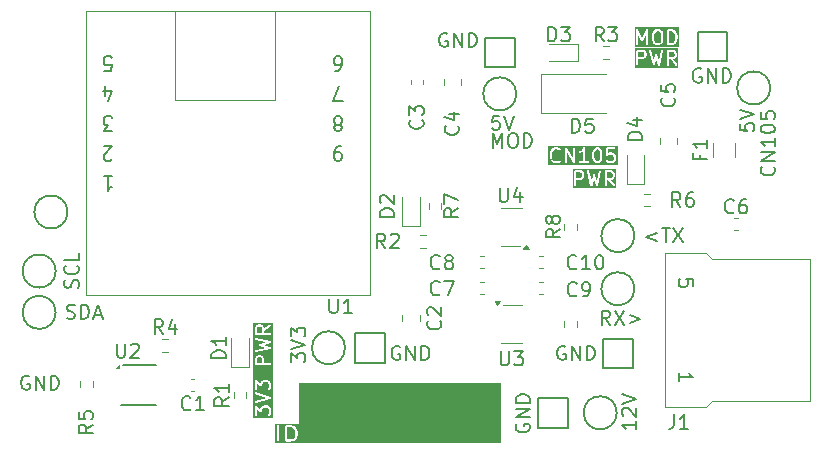
<source format=gto>
%TF.GenerationSoftware,KiCad,Pcbnew,9.0.0-rc3-13-g9b184afb43*%
%TF.CreationDate,2025-02-16T14:58:27-08:00*%
%TF.ProjectId,Carrier_Board,43617272-6965-4725-9f42-6f6172642e6b,rev?*%
%TF.SameCoordinates,Original*%
%TF.FileFunction,Legend,Top*%
%TF.FilePolarity,Positive*%
%FSLAX46Y46*%
G04 Gerber Fmt 4.6, Leading zero omitted, Abs format (unit mm)*
G04 Created by KiCad (PCBNEW 9.0.0-rc3-13-g9b184afb43) date 2025-02-16 14:58:27*
%MOMM*%
%LPD*%
G01*
G04 APERTURE LIST*
%ADD10C,0.100000*%
%ADD11C,0.180000*%
%ADD12C,0.150000*%
%ADD13C,0.120000*%
G04 APERTURE END LIST*
D10*
X142000000Y-112500000D02*
X159000000Y-112500000D01*
X159000000Y-117500000D01*
X142000000Y-117500000D01*
X142000000Y-112500000D01*
G36*
X142000000Y-112500000D02*
G01*
X159000000Y-112500000D01*
X159000000Y-117500000D01*
X142000000Y-117500000D01*
X142000000Y-112500000D01*
G37*
D11*
X170545782Y-115717293D02*
X170545782Y-116403007D01*
X170545782Y-116060150D02*
X169345782Y-116060150D01*
X169345782Y-116060150D02*
X169517211Y-116174436D01*
X169517211Y-116174436D02*
X169631497Y-116288721D01*
X169631497Y-116288721D02*
X169688640Y-116403007D01*
X169460068Y-115260150D02*
X169402925Y-115203007D01*
X169402925Y-115203007D02*
X169345782Y-115088722D01*
X169345782Y-115088722D02*
X169345782Y-114803007D01*
X169345782Y-114803007D02*
X169402925Y-114688722D01*
X169402925Y-114688722D02*
X169460068Y-114631579D01*
X169460068Y-114631579D02*
X169574354Y-114574436D01*
X169574354Y-114574436D02*
X169688640Y-114574436D01*
X169688640Y-114574436D02*
X169860068Y-114631579D01*
X169860068Y-114631579D02*
X170545782Y-115317293D01*
X170545782Y-115317293D02*
X170545782Y-114574436D01*
X169345782Y-114231579D02*
X170545782Y-113831579D01*
X170545782Y-113831579D02*
X169345782Y-113431579D01*
X168339849Y-107545782D02*
X167939849Y-106974354D01*
X167654135Y-107545782D02*
X167654135Y-106345782D01*
X167654135Y-106345782D02*
X168111278Y-106345782D01*
X168111278Y-106345782D02*
X168225563Y-106402925D01*
X168225563Y-106402925D02*
X168282706Y-106460068D01*
X168282706Y-106460068D02*
X168339849Y-106574354D01*
X168339849Y-106574354D02*
X168339849Y-106745782D01*
X168339849Y-106745782D02*
X168282706Y-106860068D01*
X168282706Y-106860068D02*
X168225563Y-106917211D01*
X168225563Y-106917211D02*
X168111278Y-106974354D01*
X168111278Y-106974354D02*
X167654135Y-106974354D01*
X168739849Y-106345782D02*
X169539849Y-107545782D01*
X169539849Y-106345782D02*
X168739849Y-107545782D01*
X169996992Y-106745782D02*
X170911278Y-107088640D01*
X170911278Y-107088640D02*
X169996992Y-107431497D01*
X141345782Y-110710150D02*
X141345782Y-109967293D01*
X141345782Y-109967293D02*
X141802925Y-110367293D01*
X141802925Y-110367293D02*
X141802925Y-110195864D01*
X141802925Y-110195864D02*
X141860068Y-110081579D01*
X141860068Y-110081579D02*
X141917211Y-110024436D01*
X141917211Y-110024436D02*
X142031497Y-109967293D01*
X142031497Y-109967293D02*
X142317211Y-109967293D01*
X142317211Y-109967293D02*
X142431497Y-110024436D01*
X142431497Y-110024436D02*
X142488640Y-110081579D01*
X142488640Y-110081579D02*
X142545782Y-110195864D01*
X142545782Y-110195864D02*
X142545782Y-110538721D01*
X142545782Y-110538721D02*
X142488640Y-110653007D01*
X142488640Y-110653007D02*
X142431497Y-110710150D01*
X141345782Y-109624436D02*
X142545782Y-109224436D01*
X142545782Y-109224436D02*
X141345782Y-108824436D01*
X141345782Y-108538722D02*
X141345782Y-107795865D01*
X141345782Y-107795865D02*
X141802925Y-108195865D01*
X141802925Y-108195865D02*
X141802925Y-108024436D01*
X141802925Y-108024436D02*
X141860068Y-107910151D01*
X141860068Y-107910151D02*
X141917211Y-107853008D01*
X141917211Y-107853008D02*
X142031497Y-107795865D01*
X142031497Y-107795865D02*
X142317211Y-107795865D01*
X142317211Y-107795865D02*
X142431497Y-107853008D01*
X142431497Y-107853008D02*
X142488640Y-107910151D01*
X142488640Y-107910151D02*
X142545782Y-108024436D01*
X142545782Y-108024436D02*
X142545782Y-108367293D01*
X142545782Y-108367293D02*
X142488640Y-108481579D01*
X142488640Y-108481579D02*
X142431497Y-108538722D01*
X158975563Y-89845782D02*
X158404135Y-89845782D01*
X158404135Y-89845782D02*
X158346992Y-90417211D01*
X158346992Y-90417211D02*
X158404135Y-90360068D01*
X158404135Y-90360068D02*
X158518421Y-90302925D01*
X158518421Y-90302925D02*
X158804135Y-90302925D01*
X158804135Y-90302925D02*
X158918421Y-90360068D01*
X158918421Y-90360068D02*
X158975563Y-90417211D01*
X158975563Y-90417211D02*
X159032706Y-90531497D01*
X159032706Y-90531497D02*
X159032706Y-90817211D01*
X159032706Y-90817211D02*
X158975563Y-90931497D01*
X158975563Y-90931497D02*
X158918421Y-90988640D01*
X158918421Y-90988640D02*
X158804135Y-91045782D01*
X158804135Y-91045782D02*
X158518421Y-91045782D01*
X158518421Y-91045782D02*
X158404135Y-90988640D01*
X158404135Y-90988640D02*
X158346992Y-90931497D01*
X159375563Y-89845782D02*
X159775563Y-91045782D01*
X159775563Y-91045782D02*
X160175563Y-89845782D01*
G36*
X168485406Y-94676890D02*
G01*
X168521898Y-94713381D01*
X168563007Y-94795599D01*
X168563007Y-94924536D01*
X168521898Y-95006754D01*
X168485406Y-95043245D01*
X168403190Y-95084354D01*
X168057293Y-95084354D01*
X168057293Y-94635782D01*
X168403190Y-94635782D01*
X168485406Y-94676890D01*
G37*
G36*
X165913977Y-94676890D02*
G01*
X165950469Y-94713381D01*
X165991578Y-94795599D01*
X165991578Y-94924536D01*
X165950469Y-95006754D01*
X165913977Y-95043245D01*
X165831761Y-95084354D01*
X165485864Y-95084354D01*
X165485864Y-94635782D01*
X165831761Y-94635782D01*
X165913977Y-94676890D01*
G37*
G36*
X168876340Y-95969093D02*
G01*
X165172531Y-95969093D01*
X165172531Y-94545782D01*
X165305864Y-94545782D01*
X165305864Y-95745782D01*
X165307593Y-95763340D01*
X165321032Y-95795783D01*
X165345863Y-95820614D01*
X165378306Y-95834053D01*
X165413422Y-95834053D01*
X165445865Y-95820614D01*
X165470696Y-95795783D01*
X165484135Y-95763340D01*
X165485864Y-95745782D01*
X165485864Y-95264354D01*
X165853007Y-95264354D01*
X165870565Y-95262625D01*
X165873553Y-95261387D01*
X165876779Y-95261158D01*
X165893257Y-95254852D01*
X166007542Y-95197709D01*
X166015097Y-95192952D01*
X166017294Y-95192043D01*
X166019767Y-95190013D01*
X166022473Y-95188310D01*
X166024028Y-95186516D01*
X166030932Y-95180851D01*
X166088074Y-95123708D01*
X166093738Y-95116805D01*
X166095535Y-95115248D01*
X166097238Y-95112541D01*
X166099267Y-95110070D01*
X166100176Y-95107873D01*
X166104933Y-95100317D01*
X166162077Y-94986031D01*
X166168382Y-94969553D01*
X166168611Y-94966328D01*
X166169849Y-94963340D01*
X166171578Y-94945782D01*
X166171578Y-94774354D01*
X166169849Y-94756796D01*
X166168611Y-94753807D01*
X166168382Y-94750583D01*
X166162077Y-94734105D01*
X166104933Y-94619819D01*
X166100176Y-94612262D01*
X166099267Y-94610066D01*
X166097238Y-94607594D01*
X166095535Y-94604888D01*
X166093738Y-94603330D01*
X166088074Y-94596428D01*
X166040794Y-94549147D01*
X166391641Y-94549147D01*
X166394025Y-94566628D01*
X166679740Y-95766628D01*
X166681815Y-95772651D01*
X166682103Y-95774813D01*
X166683233Y-95776765D01*
X166685488Y-95783308D01*
X166693153Y-95793900D01*
X166699698Y-95805204D01*
X166703366Y-95808011D01*
X166706076Y-95811756D01*
X166717208Y-95818606D01*
X166727583Y-95826548D01*
X166732046Y-95827738D01*
X166735983Y-95830161D01*
X166748887Y-95832229D01*
X166761513Y-95835597D01*
X166766093Y-95834988D01*
X166770657Y-95835720D01*
X166783375Y-95832691D01*
X166796323Y-95830971D01*
X166800319Y-95828657D01*
X166804818Y-95827586D01*
X166815410Y-95819920D01*
X166826714Y-95813376D01*
X166829521Y-95809707D01*
X166833266Y-95806998D01*
X166840115Y-95795868D01*
X166848058Y-95785491D01*
X166850487Y-95779012D01*
X166851670Y-95777091D01*
X166852014Y-95774940D01*
X166854253Y-95768972D01*
X166995863Y-95237933D01*
X167137474Y-95768972D01*
X167139712Y-95774940D01*
X167140057Y-95777091D01*
X167141238Y-95779011D01*
X167143669Y-95785492D01*
X167151613Y-95795871D01*
X167158461Y-95806998D01*
X167162204Y-95809707D01*
X167165013Y-95813376D01*
X167176316Y-95819920D01*
X167186909Y-95827586D01*
X167191406Y-95828656D01*
X167195404Y-95830971D01*
X167208357Y-95832692D01*
X167221070Y-95835719D01*
X167225630Y-95834987D01*
X167230214Y-95835597D01*
X167242851Y-95832226D01*
X167255744Y-95830160D01*
X167259675Y-95827740D01*
X167264144Y-95826549D01*
X167274525Y-95818602D01*
X167285651Y-95811756D01*
X167288360Y-95808012D01*
X167292029Y-95805204D01*
X167298574Y-95793898D01*
X167306239Y-95783308D01*
X167308493Y-95776766D01*
X167309624Y-95774814D01*
X167309911Y-95772654D01*
X167311988Y-95766628D01*
X167597703Y-94566628D01*
X167600087Y-94549147D01*
X167599548Y-94545782D01*
X167877293Y-94545782D01*
X167877293Y-95745782D01*
X167879022Y-95763340D01*
X167892461Y-95795783D01*
X167917292Y-95820614D01*
X167949735Y-95834053D01*
X167984851Y-95834053D01*
X168017294Y-95820614D01*
X168042125Y-95795783D01*
X168055564Y-95763340D01*
X168057293Y-95745782D01*
X168057293Y-95264354D01*
X168206148Y-95264354D01*
X168579276Y-95797394D01*
X168590761Y-95810786D01*
X168620376Y-95829658D01*
X168654958Y-95835760D01*
X168689243Y-95828165D01*
X168718011Y-95808028D01*
X168736883Y-95778413D01*
X168742985Y-95743831D01*
X168735390Y-95709546D01*
X168726738Y-95694170D01*
X168425774Y-95264222D01*
X168441994Y-95262625D01*
X168444982Y-95261387D01*
X168448208Y-95261158D01*
X168464686Y-95254852D01*
X168578971Y-95197709D01*
X168586526Y-95192952D01*
X168588723Y-95192043D01*
X168591196Y-95190013D01*
X168593902Y-95188310D01*
X168595457Y-95186516D01*
X168602361Y-95180851D01*
X168659503Y-95123708D01*
X168665167Y-95116805D01*
X168666964Y-95115248D01*
X168668667Y-95112541D01*
X168670696Y-95110070D01*
X168671605Y-95107873D01*
X168676362Y-95100317D01*
X168733506Y-94986031D01*
X168739811Y-94969553D01*
X168740040Y-94966328D01*
X168741278Y-94963340D01*
X168743007Y-94945782D01*
X168743007Y-94774354D01*
X168741278Y-94756796D01*
X168740040Y-94753807D01*
X168739811Y-94750583D01*
X168733506Y-94734105D01*
X168676362Y-94619819D01*
X168671605Y-94612262D01*
X168670696Y-94610066D01*
X168668667Y-94607594D01*
X168666964Y-94604888D01*
X168665167Y-94603330D01*
X168659503Y-94596428D01*
X168602361Y-94539285D01*
X168595457Y-94533619D01*
X168593902Y-94531826D01*
X168591196Y-94530122D01*
X168588723Y-94528093D01*
X168586526Y-94527183D01*
X168578971Y-94522427D01*
X168464686Y-94465284D01*
X168448208Y-94458978D01*
X168444982Y-94458748D01*
X168441994Y-94457511D01*
X168424436Y-94455782D01*
X167967293Y-94455782D01*
X167949735Y-94457511D01*
X167917292Y-94470950D01*
X167892461Y-94495781D01*
X167879022Y-94528224D01*
X167877293Y-94545782D01*
X167599548Y-94545782D01*
X167594528Y-94514473D01*
X167576124Y-94484566D01*
X167547676Y-94463978D01*
X167513515Y-94455845D01*
X167478841Y-94461404D01*
X167448934Y-94479808D01*
X167428346Y-94508256D01*
X167422597Y-94524936D01*
X167219494Y-95377962D01*
X167082825Y-94865450D01*
X167081282Y-94861337D01*
X167081053Y-94859609D01*
X167079864Y-94857556D01*
X167076630Y-94848931D01*
X167069409Y-94839497D01*
X167063458Y-94829218D01*
X167058829Y-94825674D01*
X167055286Y-94821046D01*
X167045006Y-94815094D01*
X167035573Y-94807874D01*
X167029939Y-94806371D01*
X167024895Y-94803451D01*
X167013122Y-94801886D01*
X167001643Y-94798825D01*
X166995864Y-94799592D01*
X166990085Y-94798825D01*
X166978605Y-94801886D01*
X166966833Y-94803451D01*
X166961788Y-94806371D01*
X166956155Y-94807874D01*
X166946721Y-94815094D01*
X166936442Y-94821046D01*
X166932898Y-94825674D01*
X166928270Y-94829218D01*
X166922318Y-94839497D01*
X166915098Y-94848931D01*
X166911863Y-94857556D01*
X166910675Y-94859609D01*
X166910445Y-94861337D01*
X166908903Y-94865450D01*
X166772232Y-95377962D01*
X166569131Y-94524936D01*
X166563382Y-94508256D01*
X166542794Y-94479808D01*
X166512887Y-94461404D01*
X166478213Y-94455845D01*
X166444052Y-94463978D01*
X166415604Y-94484566D01*
X166397200Y-94514473D01*
X166391641Y-94549147D01*
X166040794Y-94549147D01*
X166030932Y-94539285D01*
X166024028Y-94533619D01*
X166022473Y-94531826D01*
X166019767Y-94530122D01*
X166017294Y-94528093D01*
X166015097Y-94527183D01*
X166007542Y-94522427D01*
X165893257Y-94465284D01*
X165876779Y-94458978D01*
X165873553Y-94458748D01*
X165870565Y-94457511D01*
X165853007Y-94455782D01*
X165395864Y-94455782D01*
X165378306Y-94457511D01*
X165345863Y-94470950D01*
X165321032Y-94495781D01*
X165307593Y-94528224D01*
X165305864Y-94545782D01*
X165172531Y-94545782D01*
X165172531Y-94322449D01*
X168876340Y-94322449D01*
X168876340Y-95969093D01*
G37*
X150532706Y-109402925D02*
X150418421Y-109345782D01*
X150418421Y-109345782D02*
X150246992Y-109345782D01*
X150246992Y-109345782D02*
X150075563Y-109402925D01*
X150075563Y-109402925D02*
X149961278Y-109517211D01*
X149961278Y-109517211D02*
X149904135Y-109631497D01*
X149904135Y-109631497D02*
X149846992Y-109860068D01*
X149846992Y-109860068D02*
X149846992Y-110031497D01*
X149846992Y-110031497D02*
X149904135Y-110260068D01*
X149904135Y-110260068D02*
X149961278Y-110374354D01*
X149961278Y-110374354D02*
X150075563Y-110488640D01*
X150075563Y-110488640D02*
X150246992Y-110545782D01*
X150246992Y-110545782D02*
X150361278Y-110545782D01*
X150361278Y-110545782D02*
X150532706Y-110488640D01*
X150532706Y-110488640D02*
X150589849Y-110431497D01*
X150589849Y-110431497D02*
X150589849Y-110031497D01*
X150589849Y-110031497D02*
X150361278Y-110031497D01*
X151104135Y-110545782D02*
X151104135Y-109345782D01*
X151104135Y-109345782D02*
X151789849Y-110545782D01*
X151789849Y-110545782D02*
X151789849Y-109345782D01*
X152361278Y-110545782D02*
X152361278Y-109345782D01*
X152361278Y-109345782D02*
X152646992Y-109345782D01*
X152646992Y-109345782D02*
X152818421Y-109402925D01*
X152818421Y-109402925D02*
X152932706Y-109517211D01*
X152932706Y-109517211D02*
X152989849Y-109631497D01*
X152989849Y-109631497D02*
X153046992Y-109860068D01*
X153046992Y-109860068D02*
X153046992Y-110031497D01*
X153046992Y-110031497D02*
X152989849Y-110260068D01*
X152989849Y-110260068D02*
X152932706Y-110374354D01*
X152932706Y-110374354D02*
X152818421Y-110488640D01*
X152818421Y-110488640D02*
X152646992Y-110545782D01*
X152646992Y-110545782D02*
X152361278Y-110545782D01*
X164532706Y-109402925D02*
X164418421Y-109345782D01*
X164418421Y-109345782D02*
X164246992Y-109345782D01*
X164246992Y-109345782D02*
X164075563Y-109402925D01*
X164075563Y-109402925D02*
X163961278Y-109517211D01*
X163961278Y-109517211D02*
X163904135Y-109631497D01*
X163904135Y-109631497D02*
X163846992Y-109860068D01*
X163846992Y-109860068D02*
X163846992Y-110031497D01*
X163846992Y-110031497D02*
X163904135Y-110260068D01*
X163904135Y-110260068D02*
X163961278Y-110374354D01*
X163961278Y-110374354D02*
X164075563Y-110488640D01*
X164075563Y-110488640D02*
X164246992Y-110545782D01*
X164246992Y-110545782D02*
X164361278Y-110545782D01*
X164361278Y-110545782D02*
X164532706Y-110488640D01*
X164532706Y-110488640D02*
X164589849Y-110431497D01*
X164589849Y-110431497D02*
X164589849Y-110031497D01*
X164589849Y-110031497D02*
X164361278Y-110031497D01*
X165104135Y-110545782D02*
X165104135Y-109345782D01*
X165104135Y-109345782D02*
X165789849Y-110545782D01*
X165789849Y-110545782D02*
X165789849Y-109345782D01*
X166361278Y-110545782D02*
X166361278Y-109345782D01*
X166361278Y-109345782D02*
X166646992Y-109345782D01*
X166646992Y-109345782D02*
X166818421Y-109402925D01*
X166818421Y-109402925D02*
X166932706Y-109517211D01*
X166932706Y-109517211D02*
X166989849Y-109631497D01*
X166989849Y-109631497D02*
X167046992Y-109860068D01*
X167046992Y-109860068D02*
X167046992Y-110031497D01*
X167046992Y-110031497D02*
X166989849Y-110260068D01*
X166989849Y-110260068D02*
X166932706Y-110374354D01*
X166932706Y-110374354D02*
X166818421Y-110488640D01*
X166818421Y-110488640D02*
X166646992Y-110545782D01*
X166646992Y-110545782D02*
X166361278Y-110545782D01*
G36*
X138806755Y-110312688D02*
G01*
X138843244Y-110349177D01*
X138884354Y-110431396D01*
X138884354Y-110777293D01*
X138435782Y-110777293D01*
X138435782Y-110431396D01*
X138476890Y-110349179D01*
X138513381Y-110312687D01*
X138595600Y-110271579D01*
X138724537Y-110271579D01*
X138806755Y-110312688D01*
G37*
G36*
X138806755Y-107741259D02*
G01*
X138843244Y-107777748D01*
X138884354Y-107859967D01*
X138884354Y-108205864D01*
X138435782Y-108205864D01*
X138435782Y-107859967D01*
X138476890Y-107777750D01*
X138513381Y-107741258D01*
X138595600Y-107700150D01*
X138724537Y-107700150D01*
X138806755Y-107741259D01*
G37*
G36*
X139769115Y-115431754D02*
G01*
X138122449Y-115431754D01*
X138122449Y-114467293D01*
X138255782Y-114467293D01*
X138255782Y-115210150D01*
X138257511Y-115227708D01*
X138270950Y-115260151D01*
X138295781Y-115284982D01*
X138328224Y-115298421D01*
X138363340Y-115298421D01*
X138395783Y-115284982D01*
X138420614Y-115260151D01*
X138434053Y-115227708D01*
X138435782Y-115210150D01*
X138435782Y-114665631D01*
X138743660Y-114935025D01*
X138751251Y-114940452D01*
X138752924Y-114942125D01*
X138754509Y-114942781D01*
X138758012Y-114945286D01*
X138771864Y-114949970D01*
X138785367Y-114955564D01*
X138788403Y-114955564D01*
X138791277Y-114956536D01*
X138805857Y-114955564D01*
X138820483Y-114955564D01*
X138823288Y-114954401D01*
X138826316Y-114954200D01*
X138839424Y-114947717D01*
X138852926Y-114942125D01*
X138855069Y-114939981D01*
X138857794Y-114938634D01*
X138867431Y-114927619D01*
X138877757Y-114917294D01*
X138878917Y-114914492D01*
X138880918Y-114912206D01*
X138885602Y-114898353D01*
X138891196Y-114884851D01*
X138891617Y-114880567D01*
X138892168Y-114878941D01*
X138892010Y-114876579D01*
X138892925Y-114867293D01*
X138892925Y-114717110D01*
X138934033Y-114634893D01*
X138970524Y-114598401D01*
X139052743Y-114557293D01*
X139295966Y-114557293D01*
X139378184Y-114598402D01*
X139414672Y-114634890D01*
X139455782Y-114717110D01*
X139455782Y-115017475D01*
X139414672Y-115099695D01*
X139367857Y-115146510D01*
X139356665Y-115160148D01*
X139343227Y-115192592D01*
X139343227Y-115227708D01*
X139356665Y-115260152D01*
X139381495Y-115284982D01*
X139413939Y-115298420D01*
X139449055Y-115298420D01*
X139481499Y-115284982D01*
X139495137Y-115273790D01*
X139552279Y-115216647D01*
X139557943Y-115209744D01*
X139559740Y-115208187D01*
X139561444Y-115205479D01*
X139563472Y-115203009D01*
X139564380Y-115200814D01*
X139569139Y-115193256D01*
X139626281Y-115078970D01*
X139632586Y-115062492D01*
X139632815Y-115059267D01*
X139634053Y-115056279D01*
X139635782Y-115038721D01*
X139635782Y-114695864D01*
X139634053Y-114678306D01*
X139632815Y-114675317D01*
X139632586Y-114672092D01*
X139626280Y-114655615D01*
X139569139Y-114541330D01*
X139564380Y-114533771D01*
X139563472Y-114531577D01*
X139561444Y-114529106D01*
X139559740Y-114526399D01*
X139557943Y-114524841D01*
X139552279Y-114517939D01*
X139495137Y-114460796D01*
X139488236Y-114455133D01*
X139486678Y-114453336D01*
X139483968Y-114451630D01*
X139481499Y-114449604D01*
X139479305Y-114448695D01*
X139471747Y-114443938D01*
X139357460Y-114386795D01*
X139340983Y-114380489D01*
X139337757Y-114380259D01*
X139334769Y-114379022D01*
X139317211Y-114377293D01*
X139031497Y-114377293D01*
X139013939Y-114379022D01*
X139010950Y-114380259D01*
X139007726Y-114380489D01*
X138991248Y-114386794D01*
X138876962Y-114443938D01*
X138869405Y-114448694D01*
X138867209Y-114449604D01*
X138864737Y-114451632D01*
X138862031Y-114453336D01*
X138860473Y-114455132D01*
X138853571Y-114460797D01*
X138796428Y-114517939D01*
X138790762Y-114524842D01*
X138788969Y-114526398D01*
X138787265Y-114529103D01*
X138785236Y-114531577D01*
X138784326Y-114533773D01*
X138779570Y-114541329D01*
X138722427Y-114655614D01*
X138716218Y-114671836D01*
X138405047Y-114399561D01*
X138397455Y-114394133D01*
X138395783Y-114392461D01*
X138394197Y-114391804D01*
X138390695Y-114389300D01*
X138376842Y-114384615D01*
X138363340Y-114379022D01*
X138360304Y-114379022D01*
X138357430Y-114378050D01*
X138342850Y-114379022D01*
X138328224Y-114379022D01*
X138325418Y-114380184D01*
X138322391Y-114380386D01*
X138309282Y-114386868D01*
X138295781Y-114392461D01*
X138293637Y-114394604D01*
X138290913Y-114395952D01*
X138281275Y-114406966D01*
X138270950Y-114417292D01*
X138269789Y-114420093D01*
X138267789Y-114422380D01*
X138263104Y-114436232D01*
X138257511Y-114449735D01*
X138257089Y-114454018D01*
X138256539Y-114455645D01*
X138256696Y-114458006D01*
X138255782Y-114467293D01*
X138122449Y-114467293D01*
X138122449Y-113313179D01*
X138256488Y-113313179D01*
X138258978Y-113348207D01*
X138274683Y-113379616D01*
X138301211Y-113402625D01*
X138317322Y-113409817D01*
X139261178Y-113724436D01*
X138317322Y-114039055D01*
X138301211Y-114046247D01*
X138274683Y-114069256D01*
X138258978Y-114100665D01*
X138256488Y-114135693D01*
X138267593Y-114169007D01*
X138290602Y-114195535D01*
X138322011Y-114211240D01*
X138357039Y-114213730D01*
X138374242Y-114209817D01*
X139574242Y-113809818D01*
X139590353Y-113802625D01*
X139595213Y-113798409D01*
X139600962Y-113795535D01*
X139608356Y-113787010D01*
X139616881Y-113779616D01*
X139619755Y-113773867D01*
X139623971Y-113769007D01*
X139627540Y-113758297D01*
X139632586Y-113748207D01*
X139633041Y-113741793D01*
X139635075Y-113735693D01*
X139634275Y-113724436D01*
X139635075Y-113713179D01*
X139633041Y-113707078D01*
X139632586Y-113700665D01*
X139627540Y-113690574D01*
X139623971Y-113679865D01*
X139619755Y-113675004D01*
X139616881Y-113669256D01*
X139608356Y-113661861D01*
X139600962Y-113653337D01*
X139595213Y-113650462D01*
X139590353Y-113646247D01*
X139574242Y-113639054D01*
X138374242Y-113239055D01*
X138357039Y-113235142D01*
X138322011Y-113237632D01*
X138290602Y-113253337D01*
X138267593Y-113279865D01*
X138256488Y-113313179D01*
X138122449Y-113313179D01*
X138122449Y-112295865D01*
X138255782Y-112295865D01*
X138255782Y-113038722D01*
X138257511Y-113056280D01*
X138270950Y-113088723D01*
X138295781Y-113113554D01*
X138328224Y-113126993D01*
X138363340Y-113126993D01*
X138395783Y-113113554D01*
X138420614Y-113088723D01*
X138434053Y-113056280D01*
X138435782Y-113038722D01*
X138435782Y-112494203D01*
X138743660Y-112763597D01*
X138751251Y-112769024D01*
X138752924Y-112770697D01*
X138754509Y-112771353D01*
X138758012Y-112773858D01*
X138771864Y-112778542D01*
X138785367Y-112784136D01*
X138788403Y-112784136D01*
X138791277Y-112785108D01*
X138805857Y-112784136D01*
X138820483Y-112784136D01*
X138823288Y-112782973D01*
X138826316Y-112782772D01*
X138839424Y-112776289D01*
X138852926Y-112770697D01*
X138855069Y-112768553D01*
X138857794Y-112767206D01*
X138867431Y-112756191D01*
X138877757Y-112745866D01*
X138878917Y-112743064D01*
X138880918Y-112740778D01*
X138885602Y-112726925D01*
X138891196Y-112713423D01*
X138891617Y-112709139D01*
X138892168Y-112707513D01*
X138892010Y-112705151D01*
X138892925Y-112695865D01*
X138892925Y-112545682D01*
X138934033Y-112463465D01*
X138970524Y-112426973D01*
X139052743Y-112385865D01*
X139295966Y-112385865D01*
X139378184Y-112426974D01*
X139414672Y-112463462D01*
X139455782Y-112545682D01*
X139455782Y-112846047D01*
X139414672Y-112928267D01*
X139367857Y-112975082D01*
X139356665Y-112988720D01*
X139343227Y-113021164D01*
X139343227Y-113056280D01*
X139356665Y-113088724D01*
X139381495Y-113113554D01*
X139413939Y-113126992D01*
X139449055Y-113126992D01*
X139481499Y-113113554D01*
X139495137Y-113102362D01*
X139552279Y-113045219D01*
X139557943Y-113038316D01*
X139559740Y-113036759D01*
X139561444Y-113034051D01*
X139563472Y-113031581D01*
X139564380Y-113029386D01*
X139569139Y-113021828D01*
X139626281Y-112907542D01*
X139632586Y-112891064D01*
X139632815Y-112887839D01*
X139634053Y-112884851D01*
X139635782Y-112867293D01*
X139635782Y-112524436D01*
X139634053Y-112506878D01*
X139632815Y-112503889D01*
X139632586Y-112500664D01*
X139626280Y-112484187D01*
X139569139Y-112369902D01*
X139564380Y-112362343D01*
X139563472Y-112360149D01*
X139561444Y-112357678D01*
X139559740Y-112354971D01*
X139557943Y-112353413D01*
X139552279Y-112346511D01*
X139495137Y-112289368D01*
X139488236Y-112283705D01*
X139486678Y-112281908D01*
X139483968Y-112280202D01*
X139481499Y-112278176D01*
X139479305Y-112277267D01*
X139471747Y-112272510D01*
X139357460Y-112215367D01*
X139340983Y-112209061D01*
X139337757Y-112208831D01*
X139334769Y-112207594D01*
X139317211Y-112205865D01*
X139031497Y-112205865D01*
X139013939Y-112207594D01*
X139010950Y-112208831D01*
X139007726Y-112209061D01*
X138991248Y-112215366D01*
X138876962Y-112272510D01*
X138869405Y-112277266D01*
X138867209Y-112278176D01*
X138864737Y-112280204D01*
X138862031Y-112281908D01*
X138860473Y-112283704D01*
X138853571Y-112289369D01*
X138796428Y-112346511D01*
X138790762Y-112353414D01*
X138788969Y-112354970D01*
X138787265Y-112357675D01*
X138785236Y-112360149D01*
X138784326Y-112362345D01*
X138779570Y-112369901D01*
X138722427Y-112484186D01*
X138716218Y-112500408D01*
X138405047Y-112228133D01*
X138397455Y-112222705D01*
X138395783Y-112221033D01*
X138394197Y-112220376D01*
X138390695Y-112217872D01*
X138376842Y-112213187D01*
X138363340Y-112207594D01*
X138360304Y-112207594D01*
X138357430Y-112206622D01*
X138342850Y-112207594D01*
X138328224Y-112207594D01*
X138325418Y-112208756D01*
X138322391Y-112208958D01*
X138309282Y-112215440D01*
X138295781Y-112221033D01*
X138293637Y-112223176D01*
X138290913Y-112224524D01*
X138281275Y-112235538D01*
X138270950Y-112245864D01*
X138269789Y-112248665D01*
X138267789Y-112250952D01*
X138263104Y-112264804D01*
X138257511Y-112278307D01*
X138257089Y-112282590D01*
X138256539Y-112284217D01*
X138256696Y-112286578D01*
X138255782Y-112295865D01*
X138122449Y-112295865D01*
X138122449Y-110410150D01*
X138255782Y-110410150D01*
X138255782Y-110867293D01*
X138257511Y-110884851D01*
X138270950Y-110917294D01*
X138295781Y-110942125D01*
X138328224Y-110955564D01*
X138345782Y-110957293D01*
X139545782Y-110957293D01*
X139563340Y-110955564D01*
X139595783Y-110942125D01*
X139620614Y-110917294D01*
X139634053Y-110884851D01*
X139634053Y-110849735D01*
X139620614Y-110817292D01*
X139595783Y-110792461D01*
X139563340Y-110779022D01*
X139545782Y-110777293D01*
X139064354Y-110777293D01*
X139064354Y-110410150D01*
X139062625Y-110392592D01*
X139061387Y-110389603D01*
X139061158Y-110386378D01*
X139054852Y-110369901D01*
X138997709Y-110255615D01*
X138992951Y-110248056D01*
X138992043Y-110245863D01*
X138990017Y-110243394D01*
X138988311Y-110240684D01*
X138986512Y-110239124D01*
X138980850Y-110232225D01*
X138923708Y-110175082D01*
X138916807Y-110169419D01*
X138915249Y-110167622D01*
X138912539Y-110165916D01*
X138910070Y-110163890D01*
X138907876Y-110162981D01*
X138900318Y-110158224D01*
X138786031Y-110101081D01*
X138769554Y-110094775D01*
X138766328Y-110094545D01*
X138763340Y-110093308D01*
X138745782Y-110091579D01*
X138574354Y-110091579D01*
X138556796Y-110093308D01*
X138553807Y-110094545D01*
X138550583Y-110094775D01*
X138534105Y-110101080D01*
X138419819Y-110158224D01*
X138412262Y-110162980D01*
X138410066Y-110163890D01*
X138407594Y-110165918D01*
X138404888Y-110167622D01*
X138403330Y-110169418D01*
X138396428Y-110175083D01*
X138339285Y-110232225D01*
X138333619Y-110239128D01*
X138331826Y-110240684D01*
X138330122Y-110243389D01*
X138328093Y-110245863D01*
X138327183Y-110248059D01*
X138322427Y-110255615D01*
X138265284Y-110369900D01*
X138258978Y-110386378D01*
X138258748Y-110389603D01*
X138257511Y-110392592D01*
X138255782Y-110410150D01*
X138122449Y-110410150D01*
X138122449Y-108749643D01*
X138255845Y-108749643D01*
X138261404Y-108784317D01*
X138279808Y-108814224D01*
X138308256Y-108834812D01*
X138324936Y-108840561D01*
X139177962Y-109043662D01*
X138665450Y-109180332D01*
X138661337Y-109181874D01*
X138659609Y-109182104D01*
X138657556Y-109183292D01*
X138648931Y-109186527D01*
X138639497Y-109193747D01*
X138629218Y-109199699D01*
X138625674Y-109204327D01*
X138621046Y-109207871D01*
X138615094Y-109218150D01*
X138607874Y-109227584D01*
X138606371Y-109233217D01*
X138603451Y-109238262D01*
X138601886Y-109250034D01*
X138598825Y-109261514D01*
X138599592Y-109267293D01*
X138598825Y-109273072D01*
X138601886Y-109284551D01*
X138603451Y-109296324D01*
X138606371Y-109301368D01*
X138607874Y-109307002D01*
X138615094Y-109316435D01*
X138621046Y-109326715D01*
X138625674Y-109330258D01*
X138629218Y-109334887D01*
X138639497Y-109340838D01*
X138648931Y-109348059D01*
X138657556Y-109351293D01*
X138659609Y-109352482D01*
X138661337Y-109352711D01*
X138665450Y-109354254D01*
X139177962Y-109490924D01*
X138324936Y-109694026D01*
X138308256Y-109699775D01*
X138279808Y-109720363D01*
X138261404Y-109750270D01*
X138255845Y-109784944D01*
X138263978Y-109819105D01*
X138284566Y-109847553D01*
X138314473Y-109865957D01*
X138349147Y-109871516D01*
X138366628Y-109869132D01*
X139566628Y-109583417D01*
X139572651Y-109581341D01*
X139574813Y-109581054D01*
X139576765Y-109579923D01*
X139583308Y-109577669D01*
X139593900Y-109570003D01*
X139605204Y-109563459D01*
X139608011Y-109559790D01*
X139611756Y-109557081D01*
X139618606Y-109545948D01*
X139626548Y-109535574D01*
X139627738Y-109531110D01*
X139630161Y-109527174D01*
X139632229Y-109514269D01*
X139635597Y-109501644D01*
X139634988Y-109497063D01*
X139635720Y-109492500D01*
X139632691Y-109479781D01*
X139630971Y-109466834D01*
X139628657Y-109462837D01*
X139627586Y-109458339D01*
X139619920Y-109447746D01*
X139613376Y-109436443D01*
X139609707Y-109433635D01*
X139606998Y-109429891D01*
X139595868Y-109423041D01*
X139585491Y-109415099D01*
X139579012Y-109412669D01*
X139577091Y-109411487D01*
X139574940Y-109411142D01*
X139568972Y-109408904D01*
X139037933Y-109267293D01*
X139568972Y-109125683D01*
X139574940Y-109123444D01*
X139577091Y-109123100D01*
X139579011Y-109121918D01*
X139585492Y-109119488D01*
X139595871Y-109111543D01*
X139606998Y-109104696D01*
X139609707Y-109100952D01*
X139613376Y-109098144D01*
X139619920Y-109086840D01*
X139627586Y-109076248D01*
X139628657Y-109071749D01*
X139630971Y-109067753D01*
X139632691Y-109054805D01*
X139635720Y-109042087D01*
X139634988Y-109037523D01*
X139635597Y-109032943D01*
X139632229Y-109020314D01*
X139630161Y-109007413D01*
X139627739Y-109003478D01*
X139626549Y-108999013D01*
X139618604Y-108988634D01*
X139611756Y-108977506D01*
X139608012Y-108974796D01*
X139605204Y-108971128D01*
X139593898Y-108964582D01*
X139583308Y-108956918D01*
X139576767Y-108954664D01*
X139574814Y-108953533D01*
X139572651Y-108953245D01*
X139566628Y-108951170D01*
X138366628Y-108665455D01*
X138349147Y-108663071D01*
X138314473Y-108668630D01*
X138284566Y-108687034D01*
X138263978Y-108715482D01*
X138255845Y-108749643D01*
X138122449Y-108749643D01*
X138122449Y-107838721D01*
X138255782Y-107838721D01*
X138255782Y-108295864D01*
X138257511Y-108313422D01*
X138270950Y-108345865D01*
X138295781Y-108370696D01*
X138328224Y-108384135D01*
X138345782Y-108385864D01*
X139545782Y-108385864D01*
X139563340Y-108384135D01*
X139595783Y-108370696D01*
X139620614Y-108345865D01*
X139634053Y-108313422D01*
X139634053Y-108278306D01*
X139620614Y-108245863D01*
X139595783Y-108221032D01*
X139563340Y-108207593D01*
X139545782Y-108205864D01*
X139064354Y-108205864D01*
X139064354Y-108057009D01*
X139597394Y-107683881D01*
X139610786Y-107672396D01*
X139629658Y-107642781D01*
X139635760Y-107608199D01*
X139628165Y-107573914D01*
X139608028Y-107545146D01*
X139578413Y-107526274D01*
X139543831Y-107520172D01*
X139509546Y-107527767D01*
X139494170Y-107536419D01*
X139064222Y-107837382D01*
X139062625Y-107821163D01*
X139061387Y-107818174D01*
X139061158Y-107814949D01*
X139054852Y-107798472D01*
X138997709Y-107684186D01*
X138992951Y-107676627D01*
X138992043Y-107674434D01*
X138990017Y-107671965D01*
X138988311Y-107669255D01*
X138986512Y-107667695D01*
X138980850Y-107660796D01*
X138923708Y-107603653D01*
X138916807Y-107597990D01*
X138915249Y-107596193D01*
X138912539Y-107594487D01*
X138910070Y-107592461D01*
X138907876Y-107591552D01*
X138900318Y-107586795D01*
X138786031Y-107529652D01*
X138769554Y-107523346D01*
X138766328Y-107523116D01*
X138763340Y-107521879D01*
X138745782Y-107520150D01*
X138574354Y-107520150D01*
X138556796Y-107521879D01*
X138553807Y-107523116D01*
X138550583Y-107523346D01*
X138534105Y-107529651D01*
X138419819Y-107586795D01*
X138412262Y-107591551D01*
X138410066Y-107592461D01*
X138407594Y-107594489D01*
X138404888Y-107596193D01*
X138403330Y-107597989D01*
X138396428Y-107603654D01*
X138339285Y-107660796D01*
X138333619Y-107667699D01*
X138331826Y-107669255D01*
X138330122Y-107671960D01*
X138328093Y-107674434D01*
X138327183Y-107676630D01*
X138322427Y-107684186D01*
X138265284Y-107798471D01*
X138258978Y-107814949D01*
X138258748Y-107818174D01*
X138257511Y-107821163D01*
X138255782Y-107838721D01*
X138122449Y-107838721D01*
X138122449Y-107386817D01*
X139769115Y-107386817D01*
X139769115Y-115431754D01*
G37*
X176032706Y-85902925D02*
X175918421Y-85845782D01*
X175918421Y-85845782D02*
X175746992Y-85845782D01*
X175746992Y-85845782D02*
X175575563Y-85902925D01*
X175575563Y-85902925D02*
X175461278Y-86017211D01*
X175461278Y-86017211D02*
X175404135Y-86131497D01*
X175404135Y-86131497D02*
X175346992Y-86360068D01*
X175346992Y-86360068D02*
X175346992Y-86531497D01*
X175346992Y-86531497D02*
X175404135Y-86760068D01*
X175404135Y-86760068D02*
X175461278Y-86874354D01*
X175461278Y-86874354D02*
X175575563Y-86988640D01*
X175575563Y-86988640D02*
X175746992Y-87045782D01*
X175746992Y-87045782D02*
X175861278Y-87045782D01*
X175861278Y-87045782D02*
X176032706Y-86988640D01*
X176032706Y-86988640D02*
X176089849Y-86931497D01*
X176089849Y-86931497D02*
X176089849Y-86531497D01*
X176089849Y-86531497D02*
X175861278Y-86531497D01*
X176604135Y-87045782D02*
X176604135Y-85845782D01*
X176604135Y-85845782D02*
X177289849Y-87045782D01*
X177289849Y-87045782D02*
X177289849Y-85845782D01*
X177861278Y-87045782D02*
X177861278Y-85845782D01*
X177861278Y-85845782D02*
X178146992Y-85845782D01*
X178146992Y-85845782D02*
X178318421Y-85902925D01*
X178318421Y-85902925D02*
X178432706Y-86017211D01*
X178432706Y-86017211D02*
X178489849Y-86131497D01*
X178489849Y-86131497D02*
X178546992Y-86360068D01*
X178546992Y-86360068D02*
X178546992Y-86531497D01*
X178546992Y-86531497D02*
X178489849Y-86760068D01*
X178489849Y-86760068D02*
X178432706Y-86874354D01*
X178432706Y-86874354D02*
X178318421Y-86988640D01*
X178318421Y-86988640D02*
X178146992Y-87045782D01*
X178146992Y-87045782D02*
X177861278Y-87045782D01*
X119138721Y-111902925D02*
X119024436Y-111845782D01*
X119024436Y-111845782D02*
X118853007Y-111845782D01*
X118853007Y-111845782D02*
X118681578Y-111902925D01*
X118681578Y-111902925D02*
X118567293Y-112017211D01*
X118567293Y-112017211D02*
X118510150Y-112131497D01*
X118510150Y-112131497D02*
X118453007Y-112360068D01*
X118453007Y-112360068D02*
X118453007Y-112531497D01*
X118453007Y-112531497D02*
X118510150Y-112760068D01*
X118510150Y-112760068D02*
X118567293Y-112874354D01*
X118567293Y-112874354D02*
X118681578Y-112988640D01*
X118681578Y-112988640D02*
X118853007Y-113045782D01*
X118853007Y-113045782D02*
X118967293Y-113045782D01*
X118967293Y-113045782D02*
X119138721Y-112988640D01*
X119138721Y-112988640D02*
X119195864Y-112931497D01*
X119195864Y-112931497D02*
X119195864Y-112531497D01*
X119195864Y-112531497D02*
X118967293Y-112531497D01*
X119710150Y-113045782D02*
X119710150Y-111845782D01*
X119710150Y-111845782D02*
X120395864Y-113045782D01*
X120395864Y-113045782D02*
X120395864Y-111845782D01*
X120967293Y-113045782D02*
X120967293Y-111845782D01*
X120967293Y-111845782D02*
X121253007Y-111845782D01*
X121253007Y-111845782D02*
X121424436Y-111902925D01*
X121424436Y-111902925D02*
X121538721Y-112017211D01*
X121538721Y-112017211D02*
X121595864Y-112131497D01*
X121595864Y-112131497D02*
X121653007Y-112360068D01*
X121653007Y-112360068D02*
X121653007Y-112531497D01*
X121653007Y-112531497D02*
X121595864Y-112760068D01*
X121595864Y-112760068D02*
X121538721Y-112874354D01*
X121538721Y-112874354D02*
X121424436Y-112988640D01*
X121424436Y-112988640D02*
X121253007Y-113045782D01*
X121253007Y-113045782D02*
X120967293Y-113045782D01*
G36*
X172543677Y-82726890D02*
G01*
X172630011Y-82813223D01*
X172678421Y-83006863D01*
X172678421Y-83384701D01*
X172630011Y-83578341D01*
X172543677Y-83664674D01*
X172461460Y-83705782D01*
X172275382Y-83705782D01*
X172193161Y-83664671D01*
X172106830Y-83578340D01*
X172058421Y-83384702D01*
X172058421Y-83006862D01*
X172106830Y-82813224D01*
X172193162Y-82726891D01*
X172275381Y-82685782D01*
X172461461Y-82685782D01*
X172543677Y-82726890D01*
G37*
G36*
X173691233Y-82731587D02*
G01*
X173780168Y-82820523D01*
X173826360Y-82912908D01*
X173878421Y-83121149D01*
X173878421Y-83270416D01*
X173826360Y-83478656D01*
X173780168Y-83571041D01*
X173691234Y-83659976D01*
X173553815Y-83705782D01*
X173372707Y-83705782D01*
X173372707Y-82685782D01*
X173553818Y-82685782D01*
X173691233Y-82731587D01*
G37*
G36*
X174191754Y-84019115D02*
G01*
X170430802Y-84019115D01*
X170430802Y-82595782D01*
X170564135Y-82595782D01*
X170564135Y-83795782D01*
X170565864Y-83813340D01*
X170579303Y-83845783D01*
X170604134Y-83870614D01*
X170636577Y-83884053D01*
X170671693Y-83884053D01*
X170704136Y-83870614D01*
X170728967Y-83845783D01*
X170742406Y-83813340D01*
X170744135Y-83795782D01*
X170744135Y-83001462D01*
X170972579Y-83490985D01*
X170976389Y-83497418D01*
X170977180Y-83499592D01*
X170978586Y-83501128D01*
X170981570Y-83506165D01*
X170991663Y-83515408D01*
X171000896Y-83525490D01*
X171004519Y-83527181D01*
X171007468Y-83529881D01*
X171020315Y-83534552D01*
X171032717Y-83540340D01*
X171036714Y-83540515D01*
X171040470Y-83541881D01*
X171054135Y-83541280D01*
X171067800Y-83541881D01*
X171071554Y-83540515D01*
X171075553Y-83540340D01*
X171087960Y-83534549D01*
X171100802Y-83529880D01*
X171103748Y-83527182D01*
X171107374Y-83525490D01*
X171116614Y-83515399D01*
X171126700Y-83506164D01*
X171129680Y-83501132D01*
X171131091Y-83499592D01*
X171131883Y-83497413D01*
X171135691Y-83490985D01*
X171364135Y-83001462D01*
X171364135Y-83795782D01*
X171365864Y-83813340D01*
X171379303Y-83845783D01*
X171404134Y-83870614D01*
X171436577Y-83884053D01*
X171471693Y-83884053D01*
X171504136Y-83870614D01*
X171528967Y-83845783D01*
X171542406Y-83813340D01*
X171544135Y-83795782D01*
X171544135Y-82995782D01*
X171878421Y-82995782D01*
X171878421Y-83395782D01*
X171878722Y-83398843D01*
X171878527Y-83400157D01*
X171879499Y-83406731D01*
X171880150Y-83413340D01*
X171880657Y-83414565D01*
X171881108Y-83417610D01*
X171938251Y-83646183D01*
X171944187Y-83662797D01*
X171948171Y-83668175D01*
X171950732Y-83674356D01*
X171961924Y-83687994D01*
X172076211Y-83802280D01*
X172083113Y-83807945D01*
X172084670Y-83809740D01*
X172087372Y-83811441D01*
X172089848Y-83813473D01*
X172092046Y-83814383D01*
X172099601Y-83819139D01*
X172213886Y-83876280D01*
X172230363Y-83882586D01*
X172233588Y-83882815D01*
X172236577Y-83884053D01*
X172254135Y-83885782D01*
X172482707Y-83885782D01*
X172500265Y-83884053D01*
X172503253Y-83882815D01*
X172506478Y-83882586D01*
X172522956Y-83876281D01*
X172637241Y-83819139D01*
X172644799Y-83814380D01*
X172646994Y-83813472D01*
X172649465Y-83811443D01*
X172652172Y-83809740D01*
X172653728Y-83807945D01*
X172660632Y-83802280D01*
X172774918Y-83687993D01*
X172786111Y-83674356D01*
X172788671Y-83668172D01*
X172792655Y-83662797D01*
X172798591Y-83646182D01*
X172855734Y-83417610D01*
X172856184Y-83414565D01*
X172856692Y-83413340D01*
X172857342Y-83406731D01*
X172858315Y-83400157D01*
X172858119Y-83398843D01*
X172858421Y-83395782D01*
X172858421Y-82995782D01*
X172858119Y-82992720D01*
X172858315Y-82991407D01*
X172857342Y-82984832D01*
X172856692Y-82978224D01*
X172856184Y-82976998D01*
X172855734Y-82973954D01*
X172798591Y-82745383D01*
X172792655Y-82728768D01*
X172788671Y-82723392D01*
X172786111Y-82717209D01*
X172774918Y-82703572D01*
X172667129Y-82595782D01*
X173192707Y-82595782D01*
X173192707Y-83795782D01*
X173194436Y-83813340D01*
X173207875Y-83845783D01*
X173232706Y-83870614D01*
X173265149Y-83884053D01*
X173282707Y-83885782D01*
X173568421Y-83885782D01*
X173577304Y-83884907D01*
X173579677Y-83885076D01*
X173582798Y-83884366D01*
X173585979Y-83884053D01*
X173588173Y-83883144D01*
X173596881Y-83881164D01*
X173768310Y-83824022D01*
X173784421Y-83816829D01*
X173786864Y-83814709D01*
X173789852Y-83813472D01*
X173803490Y-83802279D01*
X173917775Y-83687993D01*
X173923439Y-83681091D01*
X173925235Y-83679534D01*
X173926937Y-83676828D01*
X173928968Y-83674355D01*
X173929878Y-83672156D01*
X173934633Y-83664603D01*
X173991777Y-83550317D01*
X173992268Y-83549032D01*
X173992655Y-83548511D01*
X173995288Y-83541139D01*
X173998082Y-83533839D01*
X173998127Y-83533192D01*
X173998591Y-83531896D01*
X174055734Y-83303325D01*
X174056184Y-83300280D01*
X174056692Y-83299055D01*
X174057342Y-83292446D01*
X174058315Y-83285872D01*
X174058119Y-83284558D01*
X174058421Y-83281497D01*
X174058421Y-83110068D01*
X174058119Y-83107006D01*
X174058315Y-83105693D01*
X174057342Y-83099118D01*
X174056692Y-83092510D01*
X174056184Y-83091284D01*
X174055734Y-83088240D01*
X173998591Y-82859669D01*
X173998127Y-82858372D01*
X173998082Y-82857726D01*
X173995288Y-82850425D01*
X173992655Y-82843054D01*
X173992268Y-82842532D01*
X173991777Y-82841248D01*
X173934633Y-82726962D01*
X173929878Y-82719408D01*
X173928968Y-82717210D01*
X173926937Y-82714736D01*
X173925235Y-82712031D01*
X173923439Y-82710473D01*
X173917775Y-82703572D01*
X173803490Y-82589286D01*
X173789852Y-82578093D01*
X173786864Y-82576855D01*
X173784421Y-82574736D01*
X173768310Y-82567543D01*
X173596881Y-82510401D01*
X173588175Y-82508420D01*
X173585979Y-82507511D01*
X173582798Y-82507197D01*
X173579678Y-82506488D01*
X173577304Y-82506656D01*
X173568421Y-82505782D01*
X173282707Y-82505782D01*
X173265149Y-82507511D01*
X173232706Y-82520950D01*
X173207875Y-82545781D01*
X173194436Y-82578224D01*
X173192707Y-82595782D01*
X172667129Y-82595782D01*
X172660632Y-82589285D01*
X172653728Y-82583619D01*
X172652173Y-82581826D01*
X172649467Y-82580122D01*
X172646994Y-82578093D01*
X172644797Y-82577183D01*
X172637242Y-82572427D01*
X172522957Y-82515284D01*
X172506479Y-82508978D01*
X172503253Y-82508748D01*
X172500265Y-82507511D01*
X172482707Y-82505782D01*
X172254135Y-82505782D01*
X172236577Y-82507511D01*
X172233588Y-82508748D01*
X172230363Y-82508978D01*
X172213886Y-82515284D01*
X172099600Y-82572427D01*
X172092046Y-82577181D01*
X172089848Y-82578092D01*
X172087375Y-82580121D01*
X172084669Y-82581825D01*
X172083110Y-82583621D01*
X172076211Y-82589285D01*
X171961924Y-82703571D01*
X171950732Y-82717209D01*
X171948171Y-82723389D01*
X171944187Y-82728768D01*
X171938251Y-82745382D01*
X171881108Y-82973954D01*
X171880657Y-82976998D01*
X171880150Y-82978224D01*
X171879499Y-82984832D01*
X171878527Y-82991407D01*
X171878722Y-82992720D01*
X171878421Y-82995782D01*
X171544135Y-82995782D01*
X171544135Y-82595782D01*
X171542997Y-82584235D01*
X171543091Y-82582117D01*
X171542677Y-82580979D01*
X171542406Y-82578224D01*
X171536427Y-82563791D01*
X171531091Y-82549115D01*
X171529734Y-82547633D01*
X171528967Y-82545781D01*
X171517933Y-82534747D01*
X171507374Y-82523217D01*
X171505553Y-82522367D01*
X171504136Y-82520950D01*
X171489720Y-82514978D01*
X171475553Y-82508367D01*
X171473546Y-82508278D01*
X171471693Y-82507511D01*
X171456065Y-82507511D01*
X171440470Y-82506826D01*
X171438586Y-82507511D01*
X171436577Y-82507511D01*
X171422144Y-82513489D01*
X171407468Y-82518826D01*
X171405986Y-82520182D01*
X171404134Y-82520950D01*
X171393106Y-82531977D01*
X171381570Y-82542542D01*
X171380157Y-82544926D01*
X171379303Y-82545781D01*
X171378492Y-82547738D01*
X171372579Y-82557722D01*
X171054135Y-83240101D01*
X170735691Y-82557722D01*
X170729778Y-82547740D01*
X170728967Y-82545781D01*
X170728110Y-82544924D01*
X170726700Y-82542543D01*
X170715175Y-82531989D01*
X170704136Y-82520950D01*
X170702281Y-82520181D01*
X170700802Y-82518827D01*
X170686136Y-82513493D01*
X170671693Y-82507511D01*
X170669684Y-82507511D01*
X170667800Y-82506826D01*
X170652205Y-82507511D01*
X170636577Y-82507511D01*
X170634723Y-82508278D01*
X170632717Y-82508367D01*
X170618549Y-82514978D01*
X170604134Y-82520950D01*
X170602716Y-82522367D01*
X170600896Y-82523217D01*
X170590342Y-82534741D01*
X170579303Y-82545781D01*
X170578534Y-82547635D01*
X170577180Y-82549115D01*
X170571846Y-82563780D01*
X170565864Y-82578224D01*
X170565592Y-82580979D01*
X170565179Y-82582117D01*
X170565272Y-82584235D01*
X170564135Y-82595782D01*
X170430802Y-82595782D01*
X170430802Y-82372449D01*
X174191754Y-82372449D01*
X174191754Y-84019115D01*
G37*
X123286640Y-104428571D02*
X123343782Y-104257143D01*
X123343782Y-104257143D02*
X123343782Y-103971428D01*
X123343782Y-103971428D02*
X123286640Y-103857143D01*
X123286640Y-103857143D02*
X123229497Y-103800000D01*
X123229497Y-103800000D02*
X123115211Y-103742857D01*
X123115211Y-103742857D02*
X123000925Y-103742857D01*
X123000925Y-103742857D02*
X122886640Y-103800000D01*
X122886640Y-103800000D02*
X122829497Y-103857143D01*
X122829497Y-103857143D02*
X122772354Y-103971428D01*
X122772354Y-103971428D02*
X122715211Y-104200000D01*
X122715211Y-104200000D02*
X122658068Y-104314285D01*
X122658068Y-104314285D02*
X122600925Y-104371428D01*
X122600925Y-104371428D02*
X122486640Y-104428571D01*
X122486640Y-104428571D02*
X122372354Y-104428571D01*
X122372354Y-104428571D02*
X122258068Y-104371428D01*
X122258068Y-104371428D02*
X122200925Y-104314285D01*
X122200925Y-104314285D02*
X122143782Y-104200000D01*
X122143782Y-104200000D02*
X122143782Y-103914285D01*
X122143782Y-103914285D02*
X122200925Y-103742857D01*
X123229497Y-102542857D02*
X123286640Y-102600000D01*
X123286640Y-102600000D02*
X123343782Y-102771428D01*
X123343782Y-102771428D02*
X123343782Y-102885714D01*
X123343782Y-102885714D02*
X123286640Y-103057143D01*
X123286640Y-103057143D02*
X123172354Y-103171428D01*
X123172354Y-103171428D02*
X123058068Y-103228571D01*
X123058068Y-103228571D02*
X122829497Y-103285714D01*
X122829497Y-103285714D02*
X122658068Y-103285714D01*
X122658068Y-103285714D02*
X122429497Y-103228571D01*
X122429497Y-103228571D02*
X122315211Y-103171428D01*
X122315211Y-103171428D02*
X122200925Y-103057143D01*
X122200925Y-103057143D02*
X122143782Y-102885714D01*
X122143782Y-102885714D02*
X122143782Y-102771428D01*
X122143782Y-102771428D02*
X122200925Y-102600000D01*
X122200925Y-102600000D02*
X122258068Y-102542857D01*
X123343782Y-101457143D02*
X123343782Y-102028571D01*
X123343782Y-102028571D02*
X122143782Y-102028571D01*
X158404135Y-92545782D02*
X158404135Y-91345782D01*
X158404135Y-91345782D02*
X158804135Y-92202925D01*
X158804135Y-92202925D02*
X159204135Y-91345782D01*
X159204135Y-91345782D02*
X159204135Y-92545782D01*
X160004135Y-91345782D02*
X160232707Y-91345782D01*
X160232707Y-91345782D02*
X160346992Y-91402925D01*
X160346992Y-91402925D02*
X160461278Y-91517211D01*
X160461278Y-91517211D02*
X160518421Y-91745782D01*
X160518421Y-91745782D02*
X160518421Y-92145782D01*
X160518421Y-92145782D02*
X160461278Y-92374354D01*
X160461278Y-92374354D02*
X160346992Y-92488640D01*
X160346992Y-92488640D02*
X160232707Y-92545782D01*
X160232707Y-92545782D02*
X160004135Y-92545782D01*
X160004135Y-92545782D02*
X159889850Y-92488640D01*
X159889850Y-92488640D02*
X159775564Y-92374354D01*
X159775564Y-92374354D02*
X159718421Y-92145782D01*
X159718421Y-92145782D02*
X159718421Y-91745782D01*
X159718421Y-91745782D02*
X159775564Y-91517211D01*
X159775564Y-91517211D02*
X159889850Y-91402925D01*
X159889850Y-91402925D02*
X160004135Y-91345782D01*
X161032707Y-92545782D02*
X161032707Y-91345782D01*
X161032707Y-91345782D02*
X161318421Y-91345782D01*
X161318421Y-91345782D02*
X161489850Y-91402925D01*
X161489850Y-91402925D02*
X161604135Y-91517211D01*
X161604135Y-91517211D02*
X161661278Y-91631497D01*
X161661278Y-91631497D02*
X161718421Y-91860068D01*
X161718421Y-91860068D02*
X161718421Y-92031497D01*
X161718421Y-92031497D02*
X161661278Y-92260068D01*
X161661278Y-92260068D02*
X161604135Y-92374354D01*
X161604135Y-92374354D02*
X161489850Y-92488640D01*
X161489850Y-92488640D02*
X161318421Y-92545782D01*
X161318421Y-92545782D02*
X161032707Y-92545782D01*
X182181497Y-94160150D02*
X182238640Y-94217293D01*
X182238640Y-94217293D02*
X182295782Y-94388721D01*
X182295782Y-94388721D02*
X182295782Y-94503007D01*
X182295782Y-94503007D02*
X182238640Y-94674436D01*
X182238640Y-94674436D02*
X182124354Y-94788721D01*
X182124354Y-94788721D02*
X182010068Y-94845864D01*
X182010068Y-94845864D02*
X181781497Y-94903007D01*
X181781497Y-94903007D02*
X181610068Y-94903007D01*
X181610068Y-94903007D02*
X181381497Y-94845864D01*
X181381497Y-94845864D02*
X181267211Y-94788721D01*
X181267211Y-94788721D02*
X181152925Y-94674436D01*
X181152925Y-94674436D02*
X181095782Y-94503007D01*
X181095782Y-94503007D02*
X181095782Y-94388721D01*
X181095782Y-94388721D02*
X181152925Y-94217293D01*
X181152925Y-94217293D02*
X181210068Y-94160150D01*
X182295782Y-93645864D02*
X181095782Y-93645864D01*
X181095782Y-93645864D02*
X182295782Y-92960150D01*
X182295782Y-92960150D02*
X181095782Y-92960150D01*
X182295782Y-91760150D02*
X182295782Y-92445864D01*
X182295782Y-92103007D02*
X181095782Y-92103007D01*
X181095782Y-92103007D02*
X181267211Y-92217293D01*
X181267211Y-92217293D02*
X181381497Y-92331578D01*
X181381497Y-92331578D02*
X181438640Y-92445864D01*
X181095782Y-91017293D02*
X181095782Y-90903007D01*
X181095782Y-90903007D02*
X181152925Y-90788721D01*
X181152925Y-90788721D02*
X181210068Y-90731579D01*
X181210068Y-90731579D02*
X181324354Y-90674436D01*
X181324354Y-90674436D02*
X181552925Y-90617293D01*
X181552925Y-90617293D02*
X181838640Y-90617293D01*
X181838640Y-90617293D02*
X182067211Y-90674436D01*
X182067211Y-90674436D02*
X182181497Y-90731579D01*
X182181497Y-90731579D02*
X182238640Y-90788721D01*
X182238640Y-90788721D02*
X182295782Y-90903007D01*
X182295782Y-90903007D02*
X182295782Y-91017293D01*
X182295782Y-91017293D02*
X182238640Y-91131579D01*
X182238640Y-91131579D02*
X182181497Y-91188721D01*
X182181497Y-91188721D02*
X182067211Y-91245864D01*
X182067211Y-91245864D02*
X181838640Y-91303007D01*
X181838640Y-91303007D02*
X181552925Y-91303007D01*
X181552925Y-91303007D02*
X181324354Y-91245864D01*
X181324354Y-91245864D02*
X181210068Y-91188721D01*
X181210068Y-91188721D02*
X181152925Y-91131579D01*
X181152925Y-91131579D02*
X181095782Y-91017293D01*
X181095782Y-89531579D02*
X181095782Y-90103007D01*
X181095782Y-90103007D02*
X181667211Y-90160150D01*
X181667211Y-90160150D02*
X181610068Y-90103007D01*
X181610068Y-90103007D02*
X181552925Y-89988722D01*
X181552925Y-89988722D02*
X181552925Y-89703007D01*
X181552925Y-89703007D02*
X181610068Y-89588722D01*
X181610068Y-89588722D02*
X181667211Y-89531579D01*
X181667211Y-89531579D02*
X181781497Y-89474436D01*
X181781497Y-89474436D02*
X182067211Y-89474436D01*
X182067211Y-89474436D02*
X182181497Y-89531579D01*
X182181497Y-89531579D02*
X182238640Y-89588722D01*
X182238640Y-89588722D02*
X182295782Y-89703007D01*
X182295782Y-89703007D02*
X182295782Y-89988722D01*
X182295782Y-89988722D02*
X182238640Y-90103007D01*
X182238640Y-90103007D02*
X182181497Y-90160150D01*
X122346992Y-106988640D02*
X122518421Y-107045782D01*
X122518421Y-107045782D02*
X122804135Y-107045782D01*
X122804135Y-107045782D02*
X122918421Y-106988640D01*
X122918421Y-106988640D02*
X122975563Y-106931497D01*
X122975563Y-106931497D02*
X123032706Y-106817211D01*
X123032706Y-106817211D02*
X123032706Y-106702925D01*
X123032706Y-106702925D02*
X122975563Y-106588640D01*
X122975563Y-106588640D02*
X122918421Y-106531497D01*
X122918421Y-106531497D02*
X122804135Y-106474354D01*
X122804135Y-106474354D02*
X122575563Y-106417211D01*
X122575563Y-106417211D02*
X122461278Y-106360068D01*
X122461278Y-106360068D02*
X122404135Y-106302925D01*
X122404135Y-106302925D02*
X122346992Y-106188640D01*
X122346992Y-106188640D02*
X122346992Y-106074354D01*
X122346992Y-106074354D02*
X122404135Y-105960068D01*
X122404135Y-105960068D02*
X122461278Y-105902925D01*
X122461278Y-105902925D02*
X122575563Y-105845782D01*
X122575563Y-105845782D02*
X122861278Y-105845782D01*
X122861278Y-105845782D02*
X123032706Y-105902925D01*
X123546992Y-107045782D02*
X123546992Y-105845782D01*
X123546992Y-105845782D02*
X123832706Y-105845782D01*
X123832706Y-105845782D02*
X124004135Y-105902925D01*
X124004135Y-105902925D02*
X124118420Y-106017211D01*
X124118420Y-106017211D02*
X124175563Y-106131497D01*
X124175563Y-106131497D02*
X124232706Y-106360068D01*
X124232706Y-106360068D02*
X124232706Y-106531497D01*
X124232706Y-106531497D02*
X124175563Y-106760068D01*
X124175563Y-106760068D02*
X124118420Y-106874354D01*
X124118420Y-106874354D02*
X124004135Y-106988640D01*
X124004135Y-106988640D02*
X123832706Y-107045782D01*
X123832706Y-107045782D02*
X123546992Y-107045782D01*
X124689849Y-106702925D02*
X125261278Y-106702925D01*
X124575563Y-107045782D02*
X124975563Y-105845782D01*
X124975563Y-105845782D02*
X125375563Y-107045782D01*
G36*
X173743677Y-84476890D02*
G01*
X173780169Y-84513381D01*
X173821278Y-84595599D01*
X173821278Y-84724536D01*
X173780169Y-84806754D01*
X173743677Y-84843245D01*
X173661461Y-84884354D01*
X173315564Y-84884354D01*
X173315564Y-84435782D01*
X173661461Y-84435782D01*
X173743677Y-84476890D01*
G37*
G36*
X171172248Y-84476890D02*
G01*
X171208740Y-84513381D01*
X171249849Y-84595599D01*
X171249849Y-84724536D01*
X171208740Y-84806754D01*
X171172248Y-84843245D01*
X171090032Y-84884354D01*
X170744135Y-84884354D01*
X170744135Y-84435782D01*
X171090032Y-84435782D01*
X171172248Y-84476890D01*
G37*
G36*
X174134611Y-85769093D02*
G01*
X170430802Y-85769093D01*
X170430802Y-84345782D01*
X170564135Y-84345782D01*
X170564135Y-85545782D01*
X170565864Y-85563340D01*
X170579303Y-85595783D01*
X170604134Y-85620614D01*
X170636577Y-85634053D01*
X170671693Y-85634053D01*
X170704136Y-85620614D01*
X170728967Y-85595783D01*
X170742406Y-85563340D01*
X170744135Y-85545782D01*
X170744135Y-85064354D01*
X171111278Y-85064354D01*
X171128836Y-85062625D01*
X171131824Y-85061387D01*
X171135050Y-85061158D01*
X171151528Y-85054852D01*
X171265813Y-84997709D01*
X171273368Y-84992952D01*
X171275565Y-84992043D01*
X171278038Y-84990013D01*
X171280744Y-84988310D01*
X171282299Y-84986516D01*
X171289203Y-84980851D01*
X171346345Y-84923708D01*
X171352009Y-84916805D01*
X171353806Y-84915248D01*
X171355509Y-84912541D01*
X171357538Y-84910070D01*
X171358447Y-84907873D01*
X171363204Y-84900317D01*
X171420348Y-84786031D01*
X171426653Y-84769553D01*
X171426882Y-84766328D01*
X171428120Y-84763340D01*
X171429849Y-84745782D01*
X171429849Y-84574354D01*
X171428120Y-84556796D01*
X171426882Y-84553807D01*
X171426653Y-84550583D01*
X171420348Y-84534105D01*
X171363204Y-84419819D01*
X171358447Y-84412262D01*
X171357538Y-84410066D01*
X171355509Y-84407594D01*
X171353806Y-84404888D01*
X171352009Y-84403330D01*
X171346345Y-84396428D01*
X171299065Y-84349147D01*
X171649912Y-84349147D01*
X171652296Y-84366628D01*
X171938011Y-85566628D01*
X171940086Y-85572651D01*
X171940374Y-85574813D01*
X171941504Y-85576765D01*
X171943759Y-85583308D01*
X171951424Y-85593900D01*
X171957969Y-85605204D01*
X171961637Y-85608011D01*
X171964347Y-85611756D01*
X171975479Y-85618606D01*
X171985854Y-85626548D01*
X171990317Y-85627738D01*
X171994254Y-85630161D01*
X172007158Y-85632229D01*
X172019784Y-85635597D01*
X172024364Y-85634988D01*
X172028928Y-85635720D01*
X172041646Y-85632691D01*
X172054594Y-85630971D01*
X172058590Y-85628657D01*
X172063089Y-85627586D01*
X172073681Y-85619920D01*
X172084985Y-85613376D01*
X172087792Y-85609707D01*
X172091537Y-85606998D01*
X172098386Y-85595868D01*
X172106329Y-85585491D01*
X172108758Y-85579012D01*
X172109941Y-85577091D01*
X172110285Y-85574940D01*
X172112524Y-85568972D01*
X172254134Y-85037933D01*
X172395745Y-85568972D01*
X172397983Y-85574940D01*
X172398328Y-85577091D01*
X172399509Y-85579011D01*
X172401940Y-85585492D01*
X172409884Y-85595871D01*
X172416732Y-85606998D01*
X172420475Y-85609707D01*
X172423284Y-85613376D01*
X172434587Y-85619920D01*
X172445180Y-85627586D01*
X172449677Y-85628656D01*
X172453675Y-85630971D01*
X172466628Y-85632692D01*
X172479341Y-85635719D01*
X172483901Y-85634987D01*
X172488485Y-85635597D01*
X172501122Y-85632226D01*
X172514015Y-85630160D01*
X172517946Y-85627740D01*
X172522415Y-85626549D01*
X172532796Y-85618602D01*
X172543922Y-85611756D01*
X172546631Y-85608012D01*
X172550300Y-85605204D01*
X172556845Y-85593898D01*
X172564510Y-85583308D01*
X172566764Y-85576766D01*
X172567895Y-85574814D01*
X172568182Y-85572654D01*
X172570259Y-85566628D01*
X172855974Y-84366628D01*
X172858358Y-84349147D01*
X172857819Y-84345782D01*
X173135564Y-84345782D01*
X173135564Y-85545782D01*
X173137293Y-85563340D01*
X173150732Y-85595783D01*
X173175563Y-85620614D01*
X173208006Y-85634053D01*
X173243122Y-85634053D01*
X173275565Y-85620614D01*
X173300396Y-85595783D01*
X173313835Y-85563340D01*
X173315564Y-85545782D01*
X173315564Y-85064354D01*
X173464419Y-85064354D01*
X173837547Y-85597394D01*
X173849032Y-85610786D01*
X173878647Y-85629658D01*
X173913229Y-85635760D01*
X173947514Y-85628165D01*
X173976282Y-85608028D01*
X173995154Y-85578413D01*
X174001256Y-85543831D01*
X173993661Y-85509546D01*
X173985009Y-85494170D01*
X173684045Y-85064222D01*
X173700265Y-85062625D01*
X173703253Y-85061387D01*
X173706479Y-85061158D01*
X173722957Y-85054852D01*
X173837242Y-84997709D01*
X173844797Y-84992952D01*
X173846994Y-84992043D01*
X173849467Y-84990013D01*
X173852173Y-84988310D01*
X173853728Y-84986516D01*
X173860632Y-84980851D01*
X173917774Y-84923708D01*
X173923438Y-84916805D01*
X173925235Y-84915248D01*
X173926938Y-84912541D01*
X173928967Y-84910070D01*
X173929876Y-84907873D01*
X173934633Y-84900317D01*
X173991777Y-84786031D01*
X173998082Y-84769553D01*
X173998311Y-84766328D01*
X173999549Y-84763340D01*
X174001278Y-84745782D01*
X174001278Y-84574354D01*
X173999549Y-84556796D01*
X173998311Y-84553807D01*
X173998082Y-84550583D01*
X173991777Y-84534105D01*
X173934633Y-84419819D01*
X173929876Y-84412262D01*
X173928967Y-84410066D01*
X173926938Y-84407594D01*
X173925235Y-84404888D01*
X173923438Y-84403330D01*
X173917774Y-84396428D01*
X173860632Y-84339285D01*
X173853728Y-84333619D01*
X173852173Y-84331826D01*
X173849467Y-84330122D01*
X173846994Y-84328093D01*
X173844797Y-84327183D01*
X173837242Y-84322427D01*
X173722957Y-84265284D01*
X173706479Y-84258978D01*
X173703253Y-84258748D01*
X173700265Y-84257511D01*
X173682707Y-84255782D01*
X173225564Y-84255782D01*
X173208006Y-84257511D01*
X173175563Y-84270950D01*
X173150732Y-84295781D01*
X173137293Y-84328224D01*
X173135564Y-84345782D01*
X172857819Y-84345782D01*
X172852799Y-84314473D01*
X172834395Y-84284566D01*
X172805947Y-84263978D01*
X172771786Y-84255845D01*
X172737112Y-84261404D01*
X172707205Y-84279808D01*
X172686617Y-84308256D01*
X172680868Y-84324936D01*
X172477765Y-85177962D01*
X172341096Y-84665450D01*
X172339553Y-84661337D01*
X172339324Y-84659609D01*
X172338135Y-84657556D01*
X172334901Y-84648931D01*
X172327680Y-84639497D01*
X172321729Y-84629218D01*
X172317100Y-84625674D01*
X172313557Y-84621046D01*
X172303277Y-84615094D01*
X172293844Y-84607874D01*
X172288210Y-84606371D01*
X172283166Y-84603451D01*
X172271393Y-84601886D01*
X172259914Y-84598825D01*
X172254135Y-84599592D01*
X172248356Y-84598825D01*
X172236876Y-84601886D01*
X172225104Y-84603451D01*
X172220059Y-84606371D01*
X172214426Y-84607874D01*
X172204992Y-84615094D01*
X172194713Y-84621046D01*
X172191169Y-84625674D01*
X172186541Y-84629218D01*
X172180589Y-84639497D01*
X172173369Y-84648931D01*
X172170134Y-84657556D01*
X172168946Y-84659609D01*
X172168716Y-84661337D01*
X172167174Y-84665450D01*
X172030503Y-85177962D01*
X171827402Y-84324936D01*
X171821653Y-84308256D01*
X171801065Y-84279808D01*
X171771158Y-84261404D01*
X171736484Y-84255845D01*
X171702323Y-84263978D01*
X171673875Y-84284566D01*
X171655471Y-84314473D01*
X171649912Y-84349147D01*
X171299065Y-84349147D01*
X171289203Y-84339285D01*
X171282299Y-84333619D01*
X171280744Y-84331826D01*
X171278038Y-84330122D01*
X171275565Y-84328093D01*
X171273368Y-84327183D01*
X171265813Y-84322427D01*
X171151528Y-84265284D01*
X171135050Y-84258978D01*
X171131824Y-84258748D01*
X171128836Y-84257511D01*
X171111278Y-84255782D01*
X170654135Y-84255782D01*
X170636577Y-84257511D01*
X170604134Y-84270950D01*
X170579303Y-84295781D01*
X170565864Y-84328224D01*
X170564135Y-84345782D01*
X170430802Y-84345782D01*
X170430802Y-84122449D01*
X174134611Y-84122449D01*
X174134611Y-85769093D01*
G37*
X172318421Y-99745782D02*
X171404135Y-100088640D01*
X171404135Y-100088640D02*
X172318421Y-100431497D01*
X172718420Y-99345782D02*
X173404135Y-99345782D01*
X173061277Y-100545782D02*
X173061277Y-99345782D01*
X173689849Y-99345782D02*
X174489849Y-100545782D01*
X174489849Y-99345782D02*
X173689849Y-100545782D01*
X173746992Y-115143782D02*
X173746992Y-116000925D01*
X173746992Y-116000925D02*
X173689849Y-116172354D01*
X173689849Y-116172354D02*
X173575563Y-116286640D01*
X173575563Y-116286640D02*
X173404135Y-116343782D01*
X173404135Y-116343782D02*
X173289849Y-116343782D01*
X174946992Y-116343782D02*
X174261278Y-116343782D01*
X174604135Y-116343782D02*
X174604135Y-115143782D01*
X174604135Y-115143782D02*
X174489849Y-115315211D01*
X174489849Y-115315211D02*
X174375564Y-115429497D01*
X174375564Y-115429497D02*
X174261278Y-115486640D01*
G36*
X167385409Y-92726891D02*
G01*
X167421897Y-92763379D01*
X167468089Y-92855765D01*
X167520150Y-93064006D01*
X167520150Y-93327559D01*
X167468089Y-93535799D01*
X167421897Y-93628185D01*
X167385409Y-93664672D01*
X167303189Y-93705782D01*
X167231397Y-93705782D01*
X167149176Y-93664672D01*
X167112688Y-93628184D01*
X167066496Y-93535800D01*
X167014436Y-93327559D01*
X167014436Y-93064005D01*
X167066496Y-92855764D01*
X167112688Y-92763380D01*
X167149177Y-92726891D01*
X167231396Y-92685782D01*
X167303191Y-92685782D01*
X167385409Y-92726891D01*
G37*
G36*
X168976340Y-94019115D02*
G01*
X163101103Y-94019115D01*
X163101103Y-93110068D01*
X163234436Y-93110068D01*
X163234436Y-93281497D01*
X163234737Y-93284558D01*
X163234542Y-93285872D01*
X163235514Y-93292446D01*
X163236165Y-93299055D01*
X163236672Y-93300280D01*
X163237123Y-93303325D01*
X163294266Y-93531897D01*
X163294729Y-93533192D01*
X163294775Y-93533840D01*
X163297562Y-93541124D01*
X163300202Y-93548511D01*
X163300590Y-93549035D01*
X163301081Y-93550317D01*
X163358224Y-93664604D01*
X163362979Y-93672159D01*
X163363889Y-93674355D01*
X163365916Y-93676825D01*
X163367622Y-93679535D01*
X163369420Y-93681094D01*
X163375082Y-93687993D01*
X163489367Y-93802279D01*
X163503005Y-93813472D01*
X163505993Y-93814709D01*
X163508437Y-93816829D01*
X163524547Y-93824022D01*
X163695976Y-93881164D01*
X163704683Y-93883144D01*
X163706878Y-93884053D01*
X163710058Y-93884366D01*
X163713180Y-93885076D01*
X163715553Y-93884907D01*
X163724436Y-93885782D01*
X163838722Y-93885782D01*
X163847605Y-93884907D01*
X163849978Y-93885076D01*
X163853099Y-93884366D01*
X163856280Y-93884053D01*
X163858474Y-93883144D01*
X163867182Y-93881164D01*
X164038610Y-93824022D01*
X164054721Y-93816829D01*
X164057165Y-93814709D01*
X164060152Y-93813472D01*
X164073790Y-93802280D01*
X164130932Y-93745137D01*
X164142125Y-93731499D01*
X164155563Y-93699055D01*
X164155563Y-93663939D01*
X164142125Y-93631496D01*
X164117294Y-93606665D01*
X164084851Y-93593227D01*
X164049735Y-93593227D01*
X164017291Y-93606665D01*
X164003653Y-93617858D01*
X163961533Y-93659976D01*
X163824116Y-93705782D01*
X163739042Y-93705782D01*
X163601622Y-93659976D01*
X163512689Y-93571042D01*
X163466496Y-93478657D01*
X163414436Y-93270416D01*
X163414436Y-93121148D01*
X163466496Y-92912907D01*
X163512689Y-92820522D01*
X163601624Y-92731587D01*
X163739042Y-92685782D01*
X163824118Y-92685782D01*
X163961532Y-92731587D01*
X164003653Y-92773707D01*
X164017291Y-92784900D01*
X164049735Y-92798338D01*
X164084851Y-92798338D01*
X164117294Y-92784900D01*
X164142125Y-92760069D01*
X164155563Y-92727626D01*
X164155563Y-92692510D01*
X164142125Y-92660066D01*
X164130932Y-92646428D01*
X164080287Y-92595782D01*
X164491579Y-92595782D01*
X164491579Y-93795782D01*
X164493308Y-93813340D01*
X164506747Y-93845783D01*
X164531578Y-93870614D01*
X164564021Y-93884053D01*
X164599137Y-93884053D01*
X164631580Y-93870614D01*
X164656411Y-93845783D01*
X164669850Y-93813340D01*
X164671579Y-93795782D01*
X164671579Y-92934682D01*
X165189151Y-93840434D01*
X165191778Y-93844136D01*
X165192461Y-93845783D01*
X165194138Y-93847460D01*
X165199363Y-93854821D01*
X165208830Y-93862152D01*
X165217292Y-93870614D01*
X165222592Y-93872809D01*
X165227128Y-93876322D01*
X165238672Y-93879470D01*
X165249735Y-93884053D01*
X165255474Y-93884053D01*
X165261007Y-93885562D01*
X165272879Y-93884053D01*
X165284851Y-93884053D01*
X165290151Y-93881857D01*
X165295843Y-93881134D01*
X165306237Y-93875193D01*
X165317294Y-93870614D01*
X165321350Y-93866557D01*
X165326332Y-93863711D01*
X165333661Y-93854246D01*
X165342125Y-93845783D01*
X165344320Y-93840482D01*
X165347833Y-93835947D01*
X165350981Y-93824402D01*
X165355564Y-93813340D01*
X165356448Y-93804357D01*
X165357073Y-93802068D01*
X165356848Y-93800299D01*
X165357293Y-93795782D01*
X165357293Y-92927384D01*
X165692286Y-92927384D01*
X165694775Y-92962412D01*
X165710479Y-92993820D01*
X165737008Y-93016828D01*
X165770323Y-93027933D01*
X165805351Y-93025444D01*
X165821828Y-93019138D01*
X165936115Y-92961995D01*
X165943673Y-92957237D01*
X165945867Y-92956329D01*
X165948335Y-92954303D01*
X165951046Y-92952597D01*
X165952605Y-92950798D01*
X165959505Y-92945136D01*
X166034436Y-92870204D01*
X166034436Y-93705782D01*
X165781579Y-93705782D01*
X165764021Y-93707511D01*
X165731578Y-93720950D01*
X165706747Y-93745781D01*
X165693308Y-93778224D01*
X165693308Y-93813340D01*
X165706747Y-93845783D01*
X165731578Y-93870614D01*
X165764021Y-93884053D01*
X165781579Y-93885782D01*
X166467293Y-93885782D01*
X166484851Y-93884053D01*
X166517294Y-93870614D01*
X166542125Y-93845783D01*
X166555564Y-93813340D01*
X166555564Y-93778224D01*
X166542125Y-93745781D01*
X166517294Y-93720950D01*
X166484851Y-93707511D01*
X166467293Y-93705782D01*
X166214436Y-93705782D01*
X166214436Y-93052925D01*
X166834436Y-93052925D01*
X166834436Y-93338640D01*
X166834737Y-93341701D01*
X166834542Y-93343015D01*
X166835514Y-93349589D01*
X166836165Y-93356198D01*
X166836672Y-93357423D01*
X166837123Y-93360468D01*
X166894266Y-93589040D01*
X166894729Y-93590335D01*
X166894775Y-93590983D01*
X166897562Y-93598267D01*
X166900202Y-93605654D01*
X166900590Y-93606178D01*
X166901081Y-93607460D01*
X166958224Y-93721747D01*
X166962981Y-93729305D01*
X166963890Y-93731499D01*
X166965916Y-93733968D01*
X166967622Y-93736678D01*
X166969419Y-93738236D01*
X166975082Y-93745137D01*
X167032225Y-93802279D01*
X167039127Y-93807943D01*
X167040685Y-93809740D01*
X167043392Y-93811444D01*
X167045863Y-93813472D01*
X167048057Y-93814380D01*
X167055616Y-93819139D01*
X167169901Y-93876280D01*
X167186378Y-93882586D01*
X167189603Y-93882815D01*
X167192592Y-93884053D01*
X167210150Y-93885782D01*
X167324436Y-93885782D01*
X167341994Y-93884053D01*
X167344982Y-93882815D01*
X167348207Y-93882586D01*
X167364685Y-93876281D01*
X167478970Y-93819139D01*
X167486528Y-93814381D01*
X167488724Y-93813472D01*
X167491196Y-93811443D01*
X167493902Y-93809740D01*
X167495458Y-93807945D01*
X167502362Y-93802280D01*
X167559504Y-93745137D01*
X167565168Y-93738234D01*
X167566965Y-93736677D01*
X167568669Y-93733969D01*
X167570697Y-93731499D01*
X167571605Y-93729304D01*
X167576364Y-93721746D01*
X167633506Y-93607460D01*
X167633997Y-93606175D01*
X167634384Y-93605654D01*
X167637017Y-93598282D01*
X167639811Y-93590982D01*
X167639856Y-93590335D01*
X167640320Y-93589039D01*
X167697463Y-93360468D01*
X167697913Y-93357423D01*
X167698421Y-93356198D01*
X167699071Y-93349589D01*
X167700044Y-93343015D01*
X167699848Y-93341701D01*
X167700150Y-93338640D01*
X167700150Y-93175899D01*
X167977713Y-93175899D01*
X167979023Y-93180240D01*
X167979023Y-93184769D01*
X167984055Y-93196919D01*
X167987857Y-93209518D01*
X167990726Y-93213024D01*
X167992461Y-93217213D01*
X168001768Y-93226520D01*
X168010094Y-93236696D01*
X168014085Y-93238837D01*
X168017291Y-93242043D01*
X168029444Y-93247076D01*
X168041039Y-93253297D01*
X168045551Y-93253748D01*
X168049735Y-93255481D01*
X168062880Y-93255481D01*
X168075981Y-93256791D01*
X168080323Y-93255481D01*
X168084851Y-93255481D01*
X168097001Y-93250448D01*
X168109600Y-93246647D01*
X168113106Y-93243777D01*
X168117295Y-93242043D01*
X168130933Y-93230851D01*
X168177749Y-93184033D01*
X168259968Y-93142925D01*
X168503191Y-93142925D01*
X168585410Y-93184035D01*
X168621897Y-93220523D01*
X168663007Y-93302742D01*
X168663007Y-93545965D01*
X168621897Y-93628184D01*
X168585410Y-93664671D01*
X168503189Y-93705782D01*
X168259968Y-93705782D01*
X168177747Y-93664672D01*
X168130933Y-93617857D01*
X168117295Y-93606665D01*
X168084851Y-93593227D01*
X168049735Y-93593227D01*
X168017291Y-93606665D01*
X167992461Y-93631495D01*
X167979023Y-93663939D01*
X167979023Y-93699055D01*
X167992461Y-93731499D01*
X168003653Y-93745137D01*
X168060796Y-93802279D01*
X168067698Y-93807943D01*
X168069256Y-93809740D01*
X168071963Y-93811444D01*
X168074434Y-93813472D01*
X168076628Y-93814380D01*
X168084187Y-93819139D01*
X168198473Y-93876281D01*
X168214951Y-93882586D01*
X168218175Y-93882815D01*
X168221164Y-93884053D01*
X168238722Y-93885782D01*
X168524436Y-93885782D01*
X168541994Y-93884053D01*
X168544982Y-93882815D01*
X168548207Y-93882586D01*
X168564685Y-93876281D01*
X168678970Y-93819139D01*
X168686527Y-93814381D01*
X168688724Y-93813472D01*
X168691195Y-93811443D01*
X168693902Y-93809740D01*
X168695459Y-93807943D01*
X168702362Y-93802279D01*
X168759504Y-93745136D01*
X168765168Y-93738234D01*
X168766964Y-93736677D01*
X168768666Y-93733971D01*
X168770697Y-93731498D01*
X168771607Y-93729299D01*
X168776362Y-93721746D01*
X168833506Y-93607460D01*
X168839811Y-93590982D01*
X168840040Y-93587757D01*
X168841278Y-93584769D01*
X168843007Y-93567211D01*
X168843007Y-93281497D01*
X168841278Y-93263939D01*
X168840040Y-93260950D01*
X168839811Y-93257726D01*
X168833506Y-93241248D01*
X168776362Y-93126962D01*
X168771607Y-93119408D01*
X168770697Y-93117210D01*
X168768666Y-93114736D01*
X168766964Y-93112031D01*
X168765168Y-93110473D01*
X168759504Y-93103572D01*
X168702362Y-93046429D01*
X168695462Y-93040766D01*
X168693903Y-93038968D01*
X168691192Y-93037261D01*
X168688724Y-93035236D01*
X168686530Y-93034327D01*
X168678972Y-93029570D01*
X168564685Y-92972427D01*
X168548208Y-92966121D01*
X168544982Y-92965891D01*
X168541994Y-92964654D01*
X168524436Y-92962925D01*
X168238722Y-92962925D01*
X168221164Y-92964654D01*
X168218175Y-92965891D01*
X168214951Y-92966121D01*
X168198473Y-92972426D01*
X168176101Y-92983611D01*
X168205884Y-92685782D01*
X168695864Y-92685782D01*
X168713422Y-92684053D01*
X168745865Y-92670614D01*
X168770696Y-92645783D01*
X168784135Y-92613340D01*
X168784135Y-92578224D01*
X168770696Y-92545781D01*
X168745865Y-92520950D01*
X168713422Y-92507511D01*
X168695864Y-92505782D01*
X168124436Y-92505782D01*
X168117942Y-92506421D01*
X168115748Y-92506202D01*
X168113605Y-92506848D01*
X168106878Y-92507511D01*
X168094723Y-92512545D01*
X168082129Y-92516346D01*
X168078621Y-92519215D01*
X168074435Y-92520950D01*
X168065132Y-92530252D01*
X168054951Y-92538583D01*
X168052808Y-92542576D01*
X168049604Y-92545781D01*
X168044569Y-92557933D01*
X168038350Y-92569528D01*
X168037021Y-92576155D01*
X168036165Y-92578224D01*
X168036165Y-92580430D01*
X168034883Y-92586827D01*
X167977740Y-93158256D01*
X167977713Y-93175899D01*
X167700150Y-93175899D01*
X167700150Y-93052925D01*
X167699848Y-93049863D01*
X167700044Y-93048550D01*
X167699071Y-93041975D01*
X167698421Y-93035367D01*
X167697913Y-93034141D01*
X167697463Y-93031097D01*
X167640320Y-92802526D01*
X167639856Y-92801229D01*
X167639811Y-92800583D01*
X167637017Y-92793282D01*
X167634384Y-92785911D01*
X167633997Y-92785389D01*
X167633506Y-92784105D01*
X167576364Y-92669819D01*
X167571605Y-92662260D01*
X167570697Y-92660066D01*
X167568669Y-92657595D01*
X167566965Y-92654888D01*
X167565168Y-92653330D01*
X167559504Y-92646428D01*
X167502362Y-92589285D01*
X167495461Y-92583622D01*
X167493903Y-92581825D01*
X167491193Y-92580119D01*
X167488724Y-92578093D01*
X167486530Y-92577184D01*
X167478972Y-92572427D01*
X167364685Y-92515284D01*
X167348208Y-92508978D01*
X167344982Y-92508748D01*
X167341994Y-92507511D01*
X167324436Y-92505782D01*
X167210150Y-92505782D01*
X167192592Y-92507511D01*
X167189603Y-92508748D01*
X167186378Y-92508978D01*
X167169901Y-92515284D01*
X167055615Y-92572427D01*
X167048056Y-92577184D01*
X167045863Y-92578093D01*
X167043394Y-92580118D01*
X167040684Y-92581825D01*
X167039124Y-92583623D01*
X167032225Y-92589286D01*
X166975082Y-92646428D01*
X166969419Y-92653328D01*
X166967622Y-92654887D01*
X166965916Y-92657596D01*
X166963890Y-92660066D01*
X166962981Y-92662259D01*
X166958224Y-92669818D01*
X166901081Y-92784105D01*
X166900590Y-92785386D01*
X166900202Y-92785911D01*
X166897562Y-92793297D01*
X166894775Y-92800582D01*
X166894729Y-92801229D01*
X166894266Y-92802525D01*
X166837123Y-93031097D01*
X166836672Y-93034141D01*
X166836165Y-93035367D01*
X166835514Y-93041975D01*
X166834542Y-93048550D01*
X166834737Y-93049863D01*
X166834436Y-93052925D01*
X166214436Y-93052925D01*
X166214436Y-92595782D01*
X166214429Y-92595719D01*
X166214436Y-92595688D01*
X166214417Y-92595596D01*
X166212707Y-92578224D01*
X166209296Y-92569990D01*
X166207549Y-92561254D01*
X166202642Y-92553927D01*
X166199268Y-92545781D01*
X166192967Y-92539480D01*
X166188009Y-92532076D01*
X166180670Y-92527183D01*
X166174437Y-92520950D01*
X166166206Y-92517540D01*
X166158791Y-92512597D01*
X166150141Y-92510885D01*
X166141994Y-92507511D01*
X166133082Y-92507511D01*
X166124342Y-92505782D01*
X166115697Y-92507511D01*
X166106878Y-92507511D01*
X166098644Y-92510921D01*
X166089908Y-92512669D01*
X166082581Y-92517575D01*
X166074435Y-92520950D01*
X166068134Y-92527250D01*
X166060730Y-92532209D01*
X166049664Y-92545720D01*
X166049604Y-92545781D01*
X166049592Y-92545807D01*
X166049551Y-92545859D01*
X165940206Y-92709875D01*
X165842553Y-92807529D01*
X165741330Y-92858142D01*
X165726399Y-92867540D01*
X165703391Y-92894069D01*
X165692286Y-92927384D01*
X165357293Y-92927384D01*
X165357293Y-92595782D01*
X165355564Y-92578224D01*
X165342125Y-92545781D01*
X165317294Y-92520950D01*
X165284851Y-92507511D01*
X165249735Y-92507511D01*
X165217292Y-92520950D01*
X165192461Y-92545781D01*
X165179022Y-92578224D01*
X165177293Y-92595782D01*
X165177293Y-93456880D01*
X164659721Y-92551130D01*
X164657093Y-92547428D01*
X164656411Y-92545781D01*
X164654731Y-92544101D01*
X164649508Y-92536743D01*
X164640043Y-92529413D01*
X164631580Y-92520950D01*
X164626279Y-92518754D01*
X164621744Y-92515242D01*
X164610199Y-92512093D01*
X164599137Y-92507511D01*
X164593398Y-92507511D01*
X164587865Y-92506002D01*
X164575993Y-92507511D01*
X164564021Y-92507511D01*
X164558720Y-92509706D01*
X164553029Y-92510430D01*
X164542634Y-92516370D01*
X164531578Y-92520950D01*
X164527521Y-92525006D01*
X164522540Y-92527853D01*
X164515210Y-92537317D01*
X164506747Y-92545781D01*
X164504551Y-92551081D01*
X164501039Y-92555617D01*
X164497890Y-92567161D01*
X164493308Y-92578224D01*
X164492423Y-92587206D01*
X164491799Y-92589496D01*
X164492023Y-92591264D01*
X164491579Y-92595782D01*
X164080287Y-92595782D01*
X164073790Y-92589285D01*
X164060152Y-92578093D01*
X164057165Y-92576855D01*
X164054721Y-92574736D01*
X164038611Y-92567544D01*
X163867183Y-92510401D01*
X163858475Y-92508420D01*
X163856280Y-92507511D01*
X163853099Y-92507197D01*
X163849979Y-92506488D01*
X163847605Y-92506656D01*
X163838722Y-92505782D01*
X163724436Y-92505782D01*
X163715552Y-92506656D01*
X163713179Y-92506488D01*
X163710058Y-92507197D01*
X163706878Y-92507511D01*
X163704682Y-92508420D01*
X163695975Y-92510401D01*
X163524547Y-92567544D01*
X163508436Y-92574736D01*
X163505992Y-92576855D01*
X163503005Y-92578093D01*
X163489367Y-92589286D01*
X163375082Y-92703572D01*
X163369420Y-92710470D01*
X163367622Y-92712030D01*
X163365916Y-92714739D01*
X163363889Y-92717210D01*
X163362979Y-92719405D01*
X163358224Y-92726961D01*
X163301081Y-92841248D01*
X163300590Y-92842529D01*
X163300202Y-92843054D01*
X163297562Y-92850440D01*
X163294775Y-92857725D01*
X163294729Y-92858372D01*
X163294266Y-92859668D01*
X163237123Y-93088240D01*
X163236672Y-93091284D01*
X163236165Y-93092510D01*
X163235514Y-93099118D01*
X163234542Y-93105693D01*
X163234737Y-93107006D01*
X163234436Y-93110068D01*
X163101103Y-93110068D01*
X163101103Y-92372449D01*
X168976340Y-92372449D01*
X168976340Y-94019115D01*
G37*
X160402925Y-115967293D02*
X160345782Y-116081579D01*
X160345782Y-116081579D02*
X160345782Y-116253007D01*
X160345782Y-116253007D02*
X160402925Y-116424436D01*
X160402925Y-116424436D02*
X160517211Y-116538721D01*
X160517211Y-116538721D02*
X160631497Y-116595864D01*
X160631497Y-116595864D02*
X160860068Y-116653007D01*
X160860068Y-116653007D02*
X161031497Y-116653007D01*
X161031497Y-116653007D02*
X161260068Y-116595864D01*
X161260068Y-116595864D02*
X161374354Y-116538721D01*
X161374354Y-116538721D02*
X161488640Y-116424436D01*
X161488640Y-116424436D02*
X161545782Y-116253007D01*
X161545782Y-116253007D02*
X161545782Y-116138721D01*
X161545782Y-116138721D02*
X161488640Y-115967293D01*
X161488640Y-115967293D02*
X161431497Y-115910150D01*
X161431497Y-115910150D02*
X161031497Y-115910150D01*
X161031497Y-115910150D02*
X161031497Y-116138721D01*
X161545782Y-115395864D02*
X160345782Y-115395864D01*
X160345782Y-115395864D02*
X161545782Y-114710150D01*
X161545782Y-114710150D02*
X160345782Y-114710150D01*
X161545782Y-114138721D02*
X160345782Y-114138721D01*
X160345782Y-114138721D02*
X160345782Y-113853007D01*
X160345782Y-113853007D02*
X160402925Y-113681578D01*
X160402925Y-113681578D02*
X160517211Y-113567293D01*
X160517211Y-113567293D02*
X160631497Y-113510150D01*
X160631497Y-113510150D02*
X160860068Y-113453007D01*
X160860068Y-113453007D02*
X161031497Y-113453007D01*
X161031497Y-113453007D02*
X161260068Y-113510150D01*
X161260068Y-113510150D02*
X161374354Y-113567293D01*
X161374354Y-113567293D02*
X161488640Y-113681578D01*
X161488640Y-113681578D02*
X161545782Y-113853007D01*
X161545782Y-113853007D02*
X161545782Y-114138721D01*
G36*
X141469819Y-116283014D02*
G01*
X141585940Y-116375911D01*
X141643112Y-116467386D01*
X141706992Y-116671802D01*
X141706992Y-116815762D01*
X141643112Y-117020178D01*
X141585940Y-117111653D01*
X141469818Y-117204551D01*
X141285199Y-117253782D01*
X141029849Y-117253782D01*
X141029849Y-116233782D01*
X141285198Y-116233782D01*
X141469819Y-116283014D01*
G37*
G36*
X142020325Y-117567115D02*
G01*
X140002230Y-117567115D01*
X140002230Y-116143782D01*
X140135563Y-116143782D01*
X140135563Y-117343782D01*
X140137292Y-117361340D01*
X140150731Y-117393783D01*
X140175562Y-117418614D01*
X140208005Y-117432053D01*
X140243121Y-117432053D01*
X140275564Y-117418614D01*
X140300395Y-117393783D01*
X140313834Y-117361340D01*
X140315563Y-117343782D01*
X140315563Y-116143782D01*
X140849849Y-116143782D01*
X140849849Y-117343782D01*
X140851578Y-117361340D01*
X140865017Y-117393783D01*
X140889848Y-117418614D01*
X140922291Y-117432053D01*
X140939849Y-117433782D01*
X141296992Y-117433782D01*
X141301110Y-117433376D01*
X141302771Y-117433597D01*
X141308638Y-117432635D01*
X141314550Y-117432053D01*
X141316095Y-117431412D01*
X141320181Y-117430743D01*
X141534467Y-117373601D01*
X141550987Y-117367407D01*
X141551768Y-117366808D01*
X141552710Y-117366536D01*
X141567501Y-117356918D01*
X141710357Y-117242632D01*
X141717813Y-117235359D01*
X141719683Y-117234027D01*
X141721204Y-117232053D01*
X141722988Y-117230314D01*
X141724094Y-117228304D01*
X141730455Y-117220054D01*
X141801884Y-117105768D01*
X141803573Y-117102361D01*
X141804580Y-117101156D01*
X141806984Y-117095485D01*
X141809724Y-117089962D01*
X141809983Y-117088411D01*
X141811467Y-117084913D01*
X141882895Y-116856341D01*
X141884381Y-116849183D01*
X141885263Y-116847055D01*
X141885659Y-116843027D01*
X141886482Y-116839067D01*
X141886275Y-116836773D01*
X141886992Y-116829497D01*
X141886992Y-116658068D01*
X141886275Y-116650791D01*
X141886482Y-116648498D01*
X141885659Y-116644537D01*
X141885263Y-116640510D01*
X141884381Y-116638381D01*
X141882895Y-116631224D01*
X141811467Y-116402652D01*
X141809983Y-116399153D01*
X141809724Y-116397603D01*
X141806984Y-116392079D01*
X141804580Y-116386409D01*
X141803573Y-116385203D01*
X141801884Y-116381797D01*
X141730455Y-116267511D01*
X141724094Y-116259260D01*
X141722988Y-116257251D01*
X141721204Y-116255511D01*
X141719683Y-116253538D01*
X141717813Y-116252205D01*
X141710357Y-116244933D01*
X141567501Y-116130647D01*
X141552710Y-116121029D01*
X141551768Y-116120756D01*
X141550987Y-116120158D01*
X141534467Y-116113964D01*
X141320182Y-116056821D01*
X141316095Y-116056151D01*
X141314550Y-116055511D01*
X141308639Y-116054928D01*
X141302771Y-116053967D01*
X141301110Y-116054187D01*
X141296992Y-116053782D01*
X140939849Y-116053782D01*
X140922291Y-116055511D01*
X140889848Y-116068950D01*
X140865017Y-116093781D01*
X140851578Y-116126224D01*
X140849849Y-116143782D01*
X140315563Y-116143782D01*
X140313834Y-116126224D01*
X140300395Y-116093781D01*
X140275564Y-116068950D01*
X140243121Y-116055511D01*
X140208005Y-116055511D01*
X140175562Y-116068950D01*
X140150731Y-116093781D01*
X140137292Y-116126224D01*
X140135563Y-116143782D01*
X140002230Y-116143782D01*
X140002230Y-115920449D01*
X142020325Y-115920449D01*
X142020325Y-117567115D01*
G37*
X154532706Y-82902925D02*
X154418421Y-82845782D01*
X154418421Y-82845782D02*
X154246992Y-82845782D01*
X154246992Y-82845782D02*
X154075563Y-82902925D01*
X154075563Y-82902925D02*
X153961278Y-83017211D01*
X153961278Y-83017211D02*
X153904135Y-83131497D01*
X153904135Y-83131497D02*
X153846992Y-83360068D01*
X153846992Y-83360068D02*
X153846992Y-83531497D01*
X153846992Y-83531497D02*
X153904135Y-83760068D01*
X153904135Y-83760068D02*
X153961278Y-83874354D01*
X153961278Y-83874354D02*
X154075563Y-83988640D01*
X154075563Y-83988640D02*
X154246992Y-84045782D01*
X154246992Y-84045782D02*
X154361278Y-84045782D01*
X154361278Y-84045782D02*
X154532706Y-83988640D01*
X154532706Y-83988640D02*
X154589849Y-83931497D01*
X154589849Y-83931497D02*
X154589849Y-83531497D01*
X154589849Y-83531497D02*
X154361278Y-83531497D01*
X155104135Y-84045782D02*
X155104135Y-82845782D01*
X155104135Y-82845782D02*
X155789849Y-84045782D01*
X155789849Y-84045782D02*
X155789849Y-82845782D01*
X156361278Y-84045782D02*
X156361278Y-82845782D01*
X156361278Y-82845782D02*
X156646992Y-82845782D01*
X156646992Y-82845782D02*
X156818421Y-82902925D01*
X156818421Y-82902925D02*
X156932706Y-83017211D01*
X156932706Y-83017211D02*
X156989849Y-83131497D01*
X156989849Y-83131497D02*
X157046992Y-83360068D01*
X157046992Y-83360068D02*
X157046992Y-83531497D01*
X157046992Y-83531497D02*
X156989849Y-83760068D01*
X156989849Y-83760068D02*
X156932706Y-83874354D01*
X156932706Y-83874354D02*
X156818421Y-83988640D01*
X156818421Y-83988640D02*
X156646992Y-84045782D01*
X156646992Y-84045782D02*
X156361278Y-84045782D01*
X179345782Y-90524436D02*
X179345782Y-91095864D01*
X179345782Y-91095864D02*
X179917211Y-91153007D01*
X179917211Y-91153007D02*
X179860068Y-91095864D01*
X179860068Y-91095864D02*
X179802925Y-90981579D01*
X179802925Y-90981579D02*
X179802925Y-90695864D01*
X179802925Y-90695864D02*
X179860068Y-90581579D01*
X179860068Y-90581579D02*
X179917211Y-90524436D01*
X179917211Y-90524436D02*
X180031497Y-90467293D01*
X180031497Y-90467293D02*
X180317211Y-90467293D01*
X180317211Y-90467293D02*
X180431497Y-90524436D01*
X180431497Y-90524436D02*
X180488640Y-90581579D01*
X180488640Y-90581579D02*
X180545782Y-90695864D01*
X180545782Y-90695864D02*
X180545782Y-90981579D01*
X180545782Y-90981579D02*
X180488640Y-91095864D01*
X180488640Y-91095864D02*
X180431497Y-91153007D01*
X179345782Y-90124436D02*
X180545782Y-89724436D01*
X180545782Y-89724436D02*
X179345782Y-89324436D01*
X144585714Y-105345782D02*
X144585714Y-106317211D01*
X144585714Y-106317211D02*
X144642857Y-106431497D01*
X144642857Y-106431497D02*
X144700000Y-106488640D01*
X144700000Y-106488640D02*
X144814285Y-106545782D01*
X144814285Y-106545782D02*
X145042857Y-106545782D01*
X145042857Y-106545782D02*
X145157142Y-106488640D01*
X145157142Y-106488640D02*
X145214285Y-106431497D01*
X145214285Y-106431497D02*
X145271428Y-106317211D01*
X145271428Y-106317211D02*
X145271428Y-105345782D01*
X146471428Y-106545782D02*
X145785714Y-106545782D01*
X146128571Y-106545782D02*
X146128571Y-105345782D01*
X146128571Y-105345782D02*
X146014285Y-105517211D01*
X146014285Y-105517211D02*
X145900000Y-105631497D01*
X145900000Y-105631497D02*
X145785714Y-105688640D01*
X145424436Y-90599931D02*
X145538721Y-90657074D01*
X145538721Y-90657074D02*
X145595864Y-90714217D01*
X145595864Y-90714217D02*
X145653007Y-90828502D01*
X145653007Y-90828502D02*
X145653007Y-90885645D01*
X145653007Y-90885645D02*
X145595864Y-90999931D01*
X145595864Y-90999931D02*
X145538721Y-91057074D01*
X145538721Y-91057074D02*
X145424436Y-91114217D01*
X145424436Y-91114217D02*
X145195864Y-91114217D01*
X145195864Y-91114217D02*
X145081579Y-91057074D01*
X145081579Y-91057074D02*
X145024436Y-90999931D01*
X145024436Y-90999931D02*
X144967293Y-90885645D01*
X144967293Y-90885645D02*
X144967293Y-90828502D01*
X144967293Y-90828502D02*
X145024436Y-90714217D01*
X145024436Y-90714217D02*
X145081579Y-90657074D01*
X145081579Y-90657074D02*
X145195864Y-90599931D01*
X145195864Y-90599931D02*
X145424436Y-90599931D01*
X145424436Y-90599931D02*
X145538721Y-90542788D01*
X145538721Y-90542788D02*
X145595864Y-90485645D01*
X145595864Y-90485645D02*
X145653007Y-90371360D01*
X145653007Y-90371360D02*
X145653007Y-90142788D01*
X145653007Y-90142788D02*
X145595864Y-90028502D01*
X145595864Y-90028502D02*
X145538721Y-89971360D01*
X145538721Y-89971360D02*
X145424436Y-89914217D01*
X145424436Y-89914217D02*
X145195864Y-89914217D01*
X145195864Y-89914217D02*
X145081579Y-89971360D01*
X145081579Y-89971360D02*
X145024436Y-90028502D01*
X145024436Y-90028502D02*
X144967293Y-90142788D01*
X144967293Y-90142788D02*
X144967293Y-90371360D01*
X144967293Y-90371360D02*
X145024436Y-90485645D01*
X145024436Y-90485645D02*
X145081579Y-90542788D01*
X145081579Y-90542788D02*
X145195864Y-90599931D01*
X125467293Y-94994217D02*
X126153007Y-94994217D01*
X125810150Y-94994217D02*
X125810150Y-96194217D01*
X125810150Y-96194217D02*
X125924436Y-96022788D01*
X125924436Y-96022788D02*
X126038721Y-95908502D01*
X126038721Y-95908502D02*
X126153007Y-95851360D01*
X126153007Y-93539931D02*
X126095864Y-93597074D01*
X126095864Y-93597074D02*
X125981579Y-93654217D01*
X125981579Y-93654217D02*
X125695864Y-93654217D01*
X125695864Y-93654217D02*
X125581579Y-93597074D01*
X125581579Y-93597074D02*
X125524436Y-93539931D01*
X125524436Y-93539931D02*
X125467293Y-93425645D01*
X125467293Y-93425645D02*
X125467293Y-93311360D01*
X125467293Y-93311360D02*
X125524436Y-93139931D01*
X125524436Y-93139931D02*
X126210150Y-92454217D01*
X126210150Y-92454217D02*
X125467293Y-92454217D01*
X145081579Y-86034217D02*
X145310150Y-86034217D01*
X145310150Y-86034217D02*
X145424436Y-85977074D01*
X145424436Y-85977074D02*
X145481579Y-85919931D01*
X145481579Y-85919931D02*
X145595864Y-85748502D01*
X145595864Y-85748502D02*
X145653007Y-85519931D01*
X145653007Y-85519931D02*
X145653007Y-85062788D01*
X145653007Y-85062788D02*
X145595864Y-84948502D01*
X145595864Y-84948502D02*
X145538721Y-84891360D01*
X145538721Y-84891360D02*
X145424436Y-84834217D01*
X145424436Y-84834217D02*
X145195864Y-84834217D01*
X145195864Y-84834217D02*
X145081579Y-84891360D01*
X145081579Y-84891360D02*
X145024436Y-84948502D01*
X145024436Y-84948502D02*
X144967293Y-85062788D01*
X144967293Y-85062788D02*
X144967293Y-85348502D01*
X144967293Y-85348502D02*
X145024436Y-85462788D01*
X145024436Y-85462788D02*
X145081579Y-85519931D01*
X145081579Y-85519931D02*
X145195864Y-85577074D01*
X145195864Y-85577074D02*
X145424436Y-85577074D01*
X145424436Y-85577074D02*
X145538721Y-85519931D01*
X145538721Y-85519931D02*
X145595864Y-85462788D01*
X145595864Y-85462788D02*
X145653007Y-85348502D01*
X145538721Y-92454217D02*
X145310150Y-92454217D01*
X145310150Y-92454217D02*
X145195864Y-92511360D01*
X145195864Y-92511360D02*
X145138721Y-92568502D01*
X145138721Y-92568502D02*
X145024436Y-92739931D01*
X145024436Y-92739931D02*
X144967293Y-92968502D01*
X144967293Y-92968502D02*
X144967293Y-93425645D01*
X144967293Y-93425645D02*
X145024436Y-93539931D01*
X145024436Y-93539931D02*
X145081579Y-93597074D01*
X145081579Y-93597074D02*
X145195864Y-93654217D01*
X145195864Y-93654217D02*
X145424436Y-93654217D01*
X145424436Y-93654217D02*
X145538721Y-93597074D01*
X145538721Y-93597074D02*
X145595864Y-93539931D01*
X145595864Y-93539931D02*
X145653007Y-93425645D01*
X145653007Y-93425645D02*
X145653007Y-93139931D01*
X145653007Y-93139931D02*
X145595864Y-93025645D01*
X145595864Y-93025645D02*
X145538721Y-92968502D01*
X145538721Y-92968502D02*
X145424436Y-92911360D01*
X145424436Y-92911360D02*
X145195864Y-92911360D01*
X145195864Y-92911360D02*
X145081579Y-92968502D01*
X145081579Y-92968502D02*
X145024436Y-93025645D01*
X145024436Y-93025645D02*
X144967293Y-93139931D01*
X126210150Y-91114217D02*
X125467293Y-91114217D01*
X125467293Y-91114217D02*
X125867293Y-90657074D01*
X125867293Y-90657074D02*
X125695864Y-90657074D01*
X125695864Y-90657074D02*
X125581579Y-90599931D01*
X125581579Y-90599931D02*
X125524436Y-90542788D01*
X125524436Y-90542788D02*
X125467293Y-90428502D01*
X125467293Y-90428502D02*
X125467293Y-90142788D01*
X125467293Y-90142788D02*
X125524436Y-90028502D01*
X125524436Y-90028502D02*
X125581579Y-89971360D01*
X125581579Y-89971360D02*
X125695864Y-89914217D01*
X125695864Y-89914217D02*
X126038721Y-89914217D01*
X126038721Y-89914217D02*
X126153007Y-89971360D01*
X126153007Y-89971360D02*
X126210150Y-90028502D01*
X125581579Y-88174217D02*
X125581579Y-87374217D01*
X125867293Y-88631360D02*
X126153007Y-87774217D01*
X126153007Y-87774217D02*
X125410150Y-87774217D01*
X125524436Y-86034217D02*
X126095864Y-86034217D01*
X126095864Y-86034217D02*
X126153007Y-85462788D01*
X126153007Y-85462788D02*
X126095864Y-85519931D01*
X126095864Y-85519931D02*
X125981579Y-85577074D01*
X125981579Y-85577074D02*
X125695864Y-85577074D01*
X125695864Y-85577074D02*
X125581579Y-85519931D01*
X125581579Y-85519931D02*
X125524436Y-85462788D01*
X125524436Y-85462788D02*
X125467293Y-85348502D01*
X125467293Y-85348502D02*
X125467293Y-85062788D01*
X125467293Y-85062788D02*
X125524436Y-84948502D01*
X125524436Y-84948502D02*
X125581579Y-84891360D01*
X125581579Y-84891360D02*
X125695864Y-84834217D01*
X125695864Y-84834217D02*
X125981579Y-84834217D01*
X125981579Y-84834217D02*
X126095864Y-84891360D01*
X126095864Y-84891360D02*
X126153007Y-84948502D01*
X145710150Y-88574217D02*
X144910150Y-88574217D01*
X144910150Y-88574217D02*
X145424436Y-87374217D01*
X165489849Y-102731497D02*
X165432706Y-102788640D01*
X165432706Y-102788640D02*
X165261278Y-102845782D01*
X165261278Y-102845782D02*
X165146992Y-102845782D01*
X165146992Y-102845782D02*
X164975563Y-102788640D01*
X164975563Y-102788640D02*
X164861278Y-102674354D01*
X164861278Y-102674354D02*
X164804135Y-102560068D01*
X164804135Y-102560068D02*
X164746992Y-102331497D01*
X164746992Y-102331497D02*
X164746992Y-102160068D01*
X164746992Y-102160068D02*
X164804135Y-101931497D01*
X164804135Y-101931497D02*
X164861278Y-101817211D01*
X164861278Y-101817211D02*
X164975563Y-101702925D01*
X164975563Y-101702925D02*
X165146992Y-101645782D01*
X165146992Y-101645782D02*
X165261278Y-101645782D01*
X165261278Y-101645782D02*
X165432706Y-101702925D01*
X165432706Y-101702925D02*
X165489849Y-101760068D01*
X166632706Y-102845782D02*
X165946992Y-102845782D01*
X166289849Y-102845782D02*
X166289849Y-101645782D01*
X166289849Y-101645782D02*
X166175563Y-101817211D01*
X166175563Y-101817211D02*
X166061278Y-101931497D01*
X166061278Y-101931497D02*
X165946992Y-101988640D01*
X167375563Y-101645782D02*
X167489849Y-101645782D01*
X167489849Y-101645782D02*
X167604135Y-101702925D01*
X167604135Y-101702925D02*
X167661278Y-101760068D01*
X167661278Y-101760068D02*
X167718420Y-101874354D01*
X167718420Y-101874354D02*
X167775563Y-102102925D01*
X167775563Y-102102925D02*
X167775563Y-102388640D01*
X167775563Y-102388640D02*
X167718420Y-102617211D01*
X167718420Y-102617211D02*
X167661278Y-102731497D01*
X167661278Y-102731497D02*
X167604135Y-102788640D01*
X167604135Y-102788640D02*
X167489849Y-102845782D01*
X167489849Y-102845782D02*
X167375563Y-102845782D01*
X167375563Y-102845782D02*
X167261278Y-102788640D01*
X167261278Y-102788640D02*
X167204135Y-102731497D01*
X167204135Y-102731497D02*
X167146992Y-102617211D01*
X167146992Y-102617211D02*
X167089849Y-102388640D01*
X167089849Y-102388640D02*
X167089849Y-102102925D01*
X167089849Y-102102925D02*
X167146992Y-101874354D01*
X167146992Y-101874354D02*
X167204135Y-101760068D01*
X167204135Y-101760068D02*
X167261278Y-101702925D01*
X167261278Y-101702925D02*
X167375563Y-101645782D01*
X158985714Y-95945782D02*
X158985714Y-96917211D01*
X158985714Y-96917211D02*
X159042857Y-97031497D01*
X159042857Y-97031497D02*
X159100000Y-97088640D01*
X159100000Y-97088640D02*
X159214285Y-97145782D01*
X159214285Y-97145782D02*
X159442857Y-97145782D01*
X159442857Y-97145782D02*
X159557142Y-97088640D01*
X159557142Y-97088640D02*
X159614285Y-97031497D01*
X159614285Y-97031497D02*
X159671428Y-96917211D01*
X159671428Y-96917211D02*
X159671428Y-95945782D01*
X160757143Y-96345782D02*
X160757143Y-97145782D01*
X160471428Y-95888640D02*
X160185714Y-96745782D01*
X160185714Y-96745782D02*
X160928571Y-96745782D01*
X173731497Y-88310150D02*
X173788640Y-88367293D01*
X173788640Y-88367293D02*
X173845782Y-88538721D01*
X173845782Y-88538721D02*
X173845782Y-88653007D01*
X173845782Y-88653007D02*
X173788640Y-88824436D01*
X173788640Y-88824436D02*
X173674354Y-88938721D01*
X173674354Y-88938721D02*
X173560068Y-88995864D01*
X173560068Y-88995864D02*
X173331497Y-89053007D01*
X173331497Y-89053007D02*
X173160068Y-89053007D01*
X173160068Y-89053007D02*
X172931497Y-88995864D01*
X172931497Y-88995864D02*
X172817211Y-88938721D01*
X172817211Y-88938721D02*
X172702925Y-88824436D01*
X172702925Y-88824436D02*
X172645782Y-88653007D01*
X172645782Y-88653007D02*
X172645782Y-88538721D01*
X172645782Y-88538721D02*
X172702925Y-88367293D01*
X172702925Y-88367293D02*
X172760068Y-88310150D01*
X172645782Y-87224436D02*
X172645782Y-87795864D01*
X172645782Y-87795864D02*
X173217211Y-87853007D01*
X173217211Y-87853007D02*
X173160068Y-87795864D01*
X173160068Y-87795864D02*
X173102925Y-87681579D01*
X173102925Y-87681579D02*
X173102925Y-87395864D01*
X173102925Y-87395864D02*
X173160068Y-87281579D01*
X173160068Y-87281579D02*
X173217211Y-87224436D01*
X173217211Y-87224436D02*
X173331497Y-87167293D01*
X173331497Y-87167293D02*
X173617211Y-87167293D01*
X173617211Y-87167293D02*
X173731497Y-87224436D01*
X173731497Y-87224436D02*
X173788640Y-87281579D01*
X173788640Y-87281579D02*
X173845782Y-87395864D01*
X173845782Y-87395864D02*
X173845782Y-87681579D01*
X173845782Y-87681579D02*
X173788640Y-87795864D01*
X173788640Y-87795864D02*
X173731497Y-87853007D01*
X153900000Y-102731497D02*
X153842857Y-102788640D01*
X153842857Y-102788640D02*
X153671429Y-102845782D01*
X153671429Y-102845782D02*
X153557143Y-102845782D01*
X153557143Y-102845782D02*
X153385714Y-102788640D01*
X153385714Y-102788640D02*
X153271429Y-102674354D01*
X153271429Y-102674354D02*
X153214286Y-102560068D01*
X153214286Y-102560068D02*
X153157143Y-102331497D01*
X153157143Y-102331497D02*
X153157143Y-102160068D01*
X153157143Y-102160068D02*
X153214286Y-101931497D01*
X153214286Y-101931497D02*
X153271429Y-101817211D01*
X153271429Y-101817211D02*
X153385714Y-101702925D01*
X153385714Y-101702925D02*
X153557143Y-101645782D01*
X153557143Y-101645782D02*
X153671429Y-101645782D01*
X153671429Y-101645782D02*
X153842857Y-101702925D01*
X153842857Y-101702925D02*
X153900000Y-101760068D01*
X154585714Y-102160068D02*
X154471429Y-102102925D01*
X154471429Y-102102925D02*
X154414286Y-102045782D01*
X154414286Y-102045782D02*
X154357143Y-101931497D01*
X154357143Y-101931497D02*
X154357143Y-101874354D01*
X154357143Y-101874354D02*
X154414286Y-101760068D01*
X154414286Y-101760068D02*
X154471429Y-101702925D01*
X154471429Y-101702925D02*
X154585714Y-101645782D01*
X154585714Y-101645782D02*
X154814286Y-101645782D01*
X154814286Y-101645782D02*
X154928572Y-101702925D01*
X154928572Y-101702925D02*
X154985714Y-101760068D01*
X154985714Y-101760068D02*
X155042857Y-101874354D01*
X155042857Y-101874354D02*
X155042857Y-101931497D01*
X155042857Y-101931497D02*
X154985714Y-102045782D01*
X154985714Y-102045782D02*
X154928572Y-102102925D01*
X154928572Y-102102925D02*
X154814286Y-102160068D01*
X154814286Y-102160068D02*
X154585714Y-102160068D01*
X154585714Y-102160068D02*
X154471429Y-102217211D01*
X154471429Y-102217211D02*
X154414286Y-102274354D01*
X154414286Y-102274354D02*
X154357143Y-102388640D01*
X154357143Y-102388640D02*
X154357143Y-102617211D01*
X154357143Y-102617211D02*
X154414286Y-102731497D01*
X154414286Y-102731497D02*
X154471429Y-102788640D01*
X154471429Y-102788640D02*
X154585714Y-102845782D01*
X154585714Y-102845782D02*
X154814286Y-102845782D01*
X154814286Y-102845782D02*
X154928572Y-102788640D01*
X154928572Y-102788640D02*
X154985714Y-102731497D01*
X154985714Y-102731497D02*
X155042857Y-102617211D01*
X155042857Y-102617211D02*
X155042857Y-102388640D01*
X155042857Y-102388640D02*
X154985714Y-102274354D01*
X154985714Y-102274354D02*
X154928572Y-102217211D01*
X154928572Y-102217211D02*
X154814286Y-102160068D01*
X155431497Y-90699999D02*
X155488640Y-90757142D01*
X155488640Y-90757142D02*
X155545782Y-90928570D01*
X155545782Y-90928570D02*
X155545782Y-91042856D01*
X155545782Y-91042856D02*
X155488640Y-91214285D01*
X155488640Y-91214285D02*
X155374354Y-91328570D01*
X155374354Y-91328570D02*
X155260068Y-91385713D01*
X155260068Y-91385713D02*
X155031497Y-91442856D01*
X155031497Y-91442856D02*
X154860068Y-91442856D01*
X154860068Y-91442856D02*
X154631497Y-91385713D01*
X154631497Y-91385713D02*
X154517211Y-91328570D01*
X154517211Y-91328570D02*
X154402925Y-91214285D01*
X154402925Y-91214285D02*
X154345782Y-91042856D01*
X154345782Y-91042856D02*
X154345782Y-90928570D01*
X154345782Y-90928570D02*
X154402925Y-90757142D01*
X154402925Y-90757142D02*
X154460068Y-90699999D01*
X154745782Y-89671428D02*
X155545782Y-89671428D01*
X154288640Y-89957142D02*
X155145782Y-90242856D01*
X155145782Y-90242856D02*
X155145782Y-89499999D01*
X150045782Y-98385713D02*
X148845782Y-98385713D01*
X148845782Y-98385713D02*
X148845782Y-98099999D01*
X148845782Y-98099999D02*
X148902925Y-97928570D01*
X148902925Y-97928570D02*
X149017211Y-97814285D01*
X149017211Y-97814285D02*
X149131497Y-97757142D01*
X149131497Y-97757142D02*
X149360068Y-97699999D01*
X149360068Y-97699999D02*
X149531497Y-97699999D01*
X149531497Y-97699999D02*
X149760068Y-97757142D01*
X149760068Y-97757142D02*
X149874354Y-97814285D01*
X149874354Y-97814285D02*
X149988640Y-97928570D01*
X149988640Y-97928570D02*
X150045782Y-98099999D01*
X150045782Y-98099999D02*
X150045782Y-98385713D01*
X148960068Y-97242856D02*
X148902925Y-97185713D01*
X148902925Y-97185713D02*
X148845782Y-97071428D01*
X148845782Y-97071428D02*
X148845782Y-96785713D01*
X148845782Y-96785713D02*
X148902925Y-96671428D01*
X148902925Y-96671428D02*
X148960068Y-96614285D01*
X148960068Y-96614285D02*
X149074354Y-96557142D01*
X149074354Y-96557142D02*
X149188640Y-96557142D01*
X149188640Y-96557142D02*
X149360068Y-96614285D01*
X149360068Y-96614285D02*
X150045782Y-97299999D01*
X150045782Y-97299999D02*
X150045782Y-96557142D01*
X174300000Y-97545782D02*
X173900000Y-96974354D01*
X173614286Y-97545782D02*
X173614286Y-96345782D01*
X173614286Y-96345782D02*
X174071429Y-96345782D01*
X174071429Y-96345782D02*
X174185714Y-96402925D01*
X174185714Y-96402925D02*
X174242857Y-96460068D01*
X174242857Y-96460068D02*
X174300000Y-96574354D01*
X174300000Y-96574354D02*
X174300000Y-96745782D01*
X174300000Y-96745782D02*
X174242857Y-96860068D01*
X174242857Y-96860068D02*
X174185714Y-96917211D01*
X174185714Y-96917211D02*
X174071429Y-96974354D01*
X174071429Y-96974354D02*
X173614286Y-96974354D01*
X175328572Y-96345782D02*
X175100000Y-96345782D01*
X175100000Y-96345782D02*
X174985714Y-96402925D01*
X174985714Y-96402925D02*
X174928572Y-96460068D01*
X174928572Y-96460068D02*
X174814286Y-96631497D01*
X174814286Y-96631497D02*
X174757143Y-96860068D01*
X174757143Y-96860068D02*
X174757143Y-97317211D01*
X174757143Y-97317211D02*
X174814286Y-97431497D01*
X174814286Y-97431497D02*
X174871429Y-97488640D01*
X174871429Y-97488640D02*
X174985714Y-97545782D01*
X174985714Y-97545782D02*
X175214286Y-97545782D01*
X175214286Y-97545782D02*
X175328572Y-97488640D01*
X175328572Y-97488640D02*
X175385714Y-97431497D01*
X175385714Y-97431497D02*
X175442857Y-97317211D01*
X175442857Y-97317211D02*
X175442857Y-97031497D01*
X175442857Y-97031497D02*
X175385714Y-96917211D01*
X175385714Y-96917211D02*
X175328572Y-96860068D01*
X175328572Y-96860068D02*
X175214286Y-96802925D01*
X175214286Y-96802925D02*
X174985714Y-96802925D01*
X174985714Y-96802925D02*
X174871429Y-96860068D01*
X174871429Y-96860068D02*
X174814286Y-96917211D01*
X174814286Y-96917211D02*
X174757143Y-97031497D01*
X159085714Y-109795782D02*
X159085714Y-110767211D01*
X159085714Y-110767211D02*
X159142857Y-110881497D01*
X159142857Y-110881497D02*
X159200000Y-110938640D01*
X159200000Y-110938640D02*
X159314285Y-110995782D01*
X159314285Y-110995782D02*
X159542857Y-110995782D01*
X159542857Y-110995782D02*
X159657142Y-110938640D01*
X159657142Y-110938640D02*
X159714285Y-110881497D01*
X159714285Y-110881497D02*
X159771428Y-110767211D01*
X159771428Y-110767211D02*
X159771428Y-109795782D01*
X160228571Y-109795782D02*
X160971428Y-109795782D01*
X160971428Y-109795782D02*
X160571428Y-110252925D01*
X160571428Y-110252925D02*
X160742857Y-110252925D01*
X160742857Y-110252925D02*
X160857143Y-110310068D01*
X160857143Y-110310068D02*
X160914285Y-110367211D01*
X160914285Y-110367211D02*
X160971428Y-110481497D01*
X160971428Y-110481497D02*
X160971428Y-110767211D01*
X160971428Y-110767211D02*
X160914285Y-110881497D01*
X160914285Y-110881497D02*
X160857143Y-110938640D01*
X160857143Y-110938640D02*
X160742857Y-110995782D01*
X160742857Y-110995782D02*
X160400000Y-110995782D01*
X160400000Y-110995782D02*
X160285714Y-110938640D01*
X160285714Y-110938640D02*
X160228571Y-110881497D01*
X165114286Y-91295782D02*
X165114286Y-90095782D01*
X165114286Y-90095782D02*
X165400000Y-90095782D01*
X165400000Y-90095782D02*
X165571429Y-90152925D01*
X165571429Y-90152925D02*
X165685714Y-90267211D01*
X165685714Y-90267211D02*
X165742857Y-90381497D01*
X165742857Y-90381497D02*
X165800000Y-90610068D01*
X165800000Y-90610068D02*
X165800000Y-90781497D01*
X165800000Y-90781497D02*
X165742857Y-91010068D01*
X165742857Y-91010068D02*
X165685714Y-91124354D01*
X165685714Y-91124354D02*
X165571429Y-91238640D01*
X165571429Y-91238640D02*
X165400000Y-91295782D01*
X165400000Y-91295782D02*
X165114286Y-91295782D01*
X166885714Y-90095782D02*
X166314286Y-90095782D01*
X166314286Y-90095782D02*
X166257143Y-90667211D01*
X166257143Y-90667211D02*
X166314286Y-90610068D01*
X166314286Y-90610068D02*
X166428572Y-90552925D01*
X166428572Y-90552925D02*
X166714286Y-90552925D01*
X166714286Y-90552925D02*
X166828572Y-90610068D01*
X166828572Y-90610068D02*
X166885714Y-90667211D01*
X166885714Y-90667211D02*
X166942857Y-90781497D01*
X166942857Y-90781497D02*
X166942857Y-91067211D01*
X166942857Y-91067211D02*
X166885714Y-91181497D01*
X166885714Y-91181497D02*
X166828572Y-91238640D01*
X166828572Y-91238640D02*
X166714286Y-91295782D01*
X166714286Y-91295782D02*
X166428572Y-91295782D01*
X166428572Y-91295782D02*
X166314286Y-91238640D01*
X166314286Y-91238640D02*
X166257143Y-91181497D01*
X153931497Y-107199999D02*
X153988640Y-107257142D01*
X153988640Y-107257142D02*
X154045782Y-107428570D01*
X154045782Y-107428570D02*
X154045782Y-107542856D01*
X154045782Y-107542856D02*
X153988640Y-107714285D01*
X153988640Y-107714285D02*
X153874354Y-107828570D01*
X153874354Y-107828570D02*
X153760068Y-107885713D01*
X153760068Y-107885713D02*
X153531497Y-107942856D01*
X153531497Y-107942856D02*
X153360068Y-107942856D01*
X153360068Y-107942856D02*
X153131497Y-107885713D01*
X153131497Y-107885713D02*
X153017211Y-107828570D01*
X153017211Y-107828570D02*
X152902925Y-107714285D01*
X152902925Y-107714285D02*
X152845782Y-107542856D01*
X152845782Y-107542856D02*
X152845782Y-107428570D01*
X152845782Y-107428570D02*
X152902925Y-107257142D01*
X152902925Y-107257142D02*
X152960068Y-107199999D01*
X152960068Y-106742856D02*
X152902925Y-106685713D01*
X152902925Y-106685713D02*
X152845782Y-106571428D01*
X152845782Y-106571428D02*
X152845782Y-106285713D01*
X152845782Y-106285713D02*
X152902925Y-106171428D01*
X152902925Y-106171428D02*
X152960068Y-106114285D01*
X152960068Y-106114285D02*
X153074354Y-106057142D01*
X153074354Y-106057142D02*
X153188640Y-106057142D01*
X153188640Y-106057142D02*
X153360068Y-106114285D01*
X153360068Y-106114285D02*
X154045782Y-106799999D01*
X154045782Y-106799999D02*
X154045782Y-106057142D01*
X124545782Y-115999999D02*
X123974354Y-116399999D01*
X124545782Y-116685713D02*
X123345782Y-116685713D01*
X123345782Y-116685713D02*
X123345782Y-116228570D01*
X123345782Y-116228570D02*
X123402925Y-116114285D01*
X123402925Y-116114285D02*
X123460068Y-116057142D01*
X123460068Y-116057142D02*
X123574354Y-115999999D01*
X123574354Y-115999999D02*
X123745782Y-115999999D01*
X123745782Y-115999999D02*
X123860068Y-116057142D01*
X123860068Y-116057142D02*
X123917211Y-116114285D01*
X123917211Y-116114285D02*
X123974354Y-116228570D01*
X123974354Y-116228570D02*
X123974354Y-116685713D01*
X123345782Y-114914285D02*
X123345782Y-115485713D01*
X123345782Y-115485713D02*
X123917211Y-115542856D01*
X123917211Y-115542856D02*
X123860068Y-115485713D01*
X123860068Y-115485713D02*
X123802925Y-115371428D01*
X123802925Y-115371428D02*
X123802925Y-115085713D01*
X123802925Y-115085713D02*
X123860068Y-114971428D01*
X123860068Y-114971428D02*
X123917211Y-114914285D01*
X123917211Y-114914285D02*
X124031497Y-114857142D01*
X124031497Y-114857142D02*
X124317211Y-114857142D01*
X124317211Y-114857142D02*
X124431497Y-114914285D01*
X124431497Y-114914285D02*
X124488640Y-114971428D01*
X124488640Y-114971428D02*
X124545782Y-115085713D01*
X124545782Y-115085713D02*
X124545782Y-115371428D01*
X124545782Y-115371428D02*
X124488640Y-115485713D01*
X124488640Y-115485713D02*
X124431497Y-115542856D01*
X178800000Y-98001497D02*
X178742857Y-98058640D01*
X178742857Y-98058640D02*
X178571429Y-98115782D01*
X178571429Y-98115782D02*
X178457143Y-98115782D01*
X178457143Y-98115782D02*
X178285714Y-98058640D01*
X178285714Y-98058640D02*
X178171429Y-97944354D01*
X178171429Y-97944354D02*
X178114286Y-97830068D01*
X178114286Y-97830068D02*
X178057143Y-97601497D01*
X178057143Y-97601497D02*
X178057143Y-97430068D01*
X178057143Y-97430068D02*
X178114286Y-97201497D01*
X178114286Y-97201497D02*
X178171429Y-97087211D01*
X178171429Y-97087211D02*
X178285714Y-96972925D01*
X178285714Y-96972925D02*
X178457143Y-96915782D01*
X178457143Y-96915782D02*
X178571429Y-96915782D01*
X178571429Y-96915782D02*
X178742857Y-96972925D01*
X178742857Y-96972925D02*
X178800000Y-97030068D01*
X179828572Y-96915782D02*
X179600000Y-96915782D01*
X179600000Y-96915782D02*
X179485714Y-96972925D01*
X179485714Y-96972925D02*
X179428572Y-97030068D01*
X179428572Y-97030068D02*
X179314286Y-97201497D01*
X179314286Y-97201497D02*
X179257143Y-97430068D01*
X179257143Y-97430068D02*
X179257143Y-97887211D01*
X179257143Y-97887211D02*
X179314286Y-98001497D01*
X179314286Y-98001497D02*
X179371429Y-98058640D01*
X179371429Y-98058640D02*
X179485714Y-98115782D01*
X179485714Y-98115782D02*
X179714286Y-98115782D01*
X179714286Y-98115782D02*
X179828572Y-98058640D01*
X179828572Y-98058640D02*
X179885714Y-98001497D01*
X179885714Y-98001497D02*
X179942857Y-97887211D01*
X179942857Y-97887211D02*
X179942857Y-97601497D01*
X179942857Y-97601497D02*
X179885714Y-97487211D01*
X179885714Y-97487211D02*
X179828572Y-97430068D01*
X179828572Y-97430068D02*
X179714286Y-97372925D01*
X179714286Y-97372925D02*
X179485714Y-97372925D01*
X179485714Y-97372925D02*
X179371429Y-97430068D01*
X179371429Y-97430068D02*
X179314286Y-97487211D01*
X179314286Y-97487211D02*
X179257143Y-97601497D01*
X163114286Y-83545782D02*
X163114286Y-82345782D01*
X163114286Y-82345782D02*
X163400000Y-82345782D01*
X163400000Y-82345782D02*
X163571429Y-82402925D01*
X163571429Y-82402925D02*
X163685714Y-82517211D01*
X163685714Y-82517211D02*
X163742857Y-82631497D01*
X163742857Y-82631497D02*
X163800000Y-82860068D01*
X163800000Y-82860068D02*
X163800000Y-83031497D01*
X163800000Y-83031497D02*
X163742857Y-83260068D01*
X163742857Y-83260068D02*
X163685714Y-83374354D01*
X163685714Y-83374354D02*
X163571429Y-83488640D01*
X163571429Y-83488640D02*
X163400000Y-83545782D01*
X163400000Y-83545782D02*
X163114286Y-83545782D01*
X164200000Y-82345782D02*
X164942857Y-82345782D01*
X164942857Y-82345782D02*
X164542857Y-82802925D01*
X164542857Y-82802925D02*
X164714286Y-82802925D01*
X164714286Y-82802925D02*
X164828572Y-82860068D01*
X164828572Y-82860068D02*
X164885714Y-82917211D01*
X164885714Y-82917211D02*
X164942857Y-83031497D01*
X164942857Y-83031497D02*
X164942857Y-83317211D01*
X164942857Y-83317211D02*
X164885714Y-83431497D01*
X164885714Y-83431497D02*
X164828572Y-83488640D01*
X164828572Y-83488640D02*
X164714286Y-83545782D01*
X164714286Y-83545782D02*
X164371429Y-83545782D01*
X164371429Y-83545782D02*
X164257143Y-83488640D01*
X164257143Y-83488640D02*
X164200000Y-83431497D01*
X135795782Y-110385713D02*
X134595782Y-110385713D01*
X134595782Y-110385713D02*
X134595782Y-110099999D01*
X134595782Y-110099999D02*
X134652925Y-109928570D01*
X134652925Y-109928570D02*
X134767211Y-109814285D01*
X134767211Y-109814285D02*
X134881497Y-109757142D01*
X134881497Y-109757142D02*
X135110068Y-109699999D01*
X135110068Y-109699999D02*
X135281497Y-109699999D01*
X135281497Y-109699999D02*
X135510068Y-109757142D01*
X135510068Y-109757142D02*
X135624354Y-109814285D01*
X135624354Y-109814285D02*
X135738640Y-109928570D01*
X135738640Y-109928570D02*
X135795782Y-110099999D01*
X135795782Y-110099999D02*
X135795782Y-110385713D01*
X135795782Y-108557142D02*
X135795782Y-109242856D01*
X135795782Y-108899999D02*
X134595782Y-108899999D01*
X134595782Y-108899999D02*
X134767211Y-109014285D01*
X134767211Y-109014285D02*
X134881497Y-109128570D01*
X134881497Y-109128570D02*
X134938640Y-109242856D01*
X136045782Y-113699999D02*
X135474354Y-114099999D01*
X136045782Y-114385713D02*
X134845782Y-114385713D01*
X134845782Y-114385713D02*
X134845782Y-113928570D01*
X134845782Y-113928570D02*
X134902925Y-113814285D01*
X134902925Y-113814285D02*
X134960068Y-113757142D01*
X134960068Y-113757142D02*
X135074354Y-113699999D01*
X135074354Y-113699999D02*
X135245782Y-113699999D01*
X135245782Y-113699999D02*
X135360068Y-113757142D01*
X135360068Y-113757142D02*
X135417211Y-113814285D01*
X135417211Y-113814285D02*
X135474354Y-113928570D01*
X135474354Y-113928570D02*
X135474354Y-114385713D01*
X136045782Y-112557142D02*
X136045782Y-113242856D01*
X136045782Y-112899999D02*
X134845782Y-112899999D01*
X134845782Y-112899999D02*
X135017211Y-113014285D01*
X135017211Y-113014285D02*
X135131497Y-113128570D01*
X135131497Y-113128570D02*
X135188640Y-113242856D01*
X164115782Y-99449999D02*
X163544354Y-99849999D01*
X164115782Y-100135713D02*
X162915782Y-100135713D01*
X162915782Y-100135713D02*
X162915782Y-99678570D01*
X162915782Y-99678570D02*
X162972925Y-99564285D01*
X162972925Y-99564285D02*
X163030068Y-99507142D01*
X163030068Y-99507142D02*
X163144354Y-99449999D01*
X163144354Y-99449999D02*
X163315782Y-99449999D01*
X163315782Y-99449999D02*
X163430068Y-99507142D01*
X163430068Y-99507142D02*
X163487211Y-99564285D01*
X163487211Y-99564285D02*
X163544354Y-99678570D01*
X163544354Y-99678570D02*
X163544354Y-100135713D01*
X163430068Y-98764285D02*
X163372925Y-98878570D01*
X163372925Y-98878570D02*
X163315782Y-98935713D01*
X163315782Y-98935713D02*
X163201497Y-98992856D01*
X163201497Y-98992856D02*
X163144354Y-98992856D01*
X163144354Y-98992856D02*
X163030068Y-98935713D01*
X163030068Y-98935713D02*
X162972925Y-98878570D01*
X162972925Y-98878570D02*
X162915782Y-98764285D01*
X162915782Y-98764285D02*
X162915782Y-98535713D01*
X162915782Y-98535713D02*
X162972925Y-98421428D01*
X162972925Y-98421428D02*
X163030068Y-98364285D01*
X163030068Y-98364285D02*
X163144354Y-98307142D01*
X163144354Y-98307142D02*
X163201497Y-98307142D01*
X163201497Y-98307142D02*
X163315782Y-98364285D01*
X163315782Y-98364285D02*
X163372925Y-98421428D01*
X163372925Y-98421428D02*
X163430068Y-98535713D01*
X163430068Y-98535713D02*
X163430068Y-98764285D01*
X163430068Y-98764285D02*
X163487211Y-98878570D01*
X163487211Y-98878570D02*
X163544354Y-98935713D01*
X163544354Y-98935713D02*
X163658640Y-98992856D01*
X163658640Y-98992856D02*
X163887211Y-98992856D01*
X163887211Y-98992856D02*
X164001497Y-98935713D01*
X164001497Y-98935713D02*
X164058640Y-98878570D01*
X164058640Y-98878570D02*
X164115782Y-98764285D01*
X164115782Y-98764285D02*
X164115782Y-98535713D01*
X164115782Y-98535713D02*
X164058640Y-98421428D01*
X164058640Y-98421428D02*
X164001497Y-98364285D01*
X164001497Y-98364285D02*
X163887211Y-98307142D01*
X163887211Y-98307142D02*
X163658640Y-98307142D01*
X163658640Y-98307142D02*
X163544354Y-98364285D01*
X163544354Y-98364285D02*
X163487211Y-98421428D01*
X163487211Y-98421428D02*
X163430068Y-98535713D01*
X167800000Y-83545782D02*
X167400000Y-82974354D01*
X167114286Y-83545782D02*
X167114286Y-82345782D01*
X167114286Y-82345782D02*
X167571429Y-82345782D01*
X167571429Y-82345782D02*
X167685714Y-82402925D01*
X167685714Y-82402925D02*
X167742857Y-82460068D01*
X167742857Y-82460068D02*
X167800000Y-82574354D01*
X167800000Y-82574354D02*
X167800000Y-82745782D01*
X167800000Y-82745782D02*
X167742857Y-82860068D01*
X167742857Y-82860068D02*
X167685714Y-82917211D01*
X167685714Y-82917211D02*
X167571429Y-82974354D01*
X167571429Y-82974354D02*
X167114286Y-82974354D01*
X168200000Y-82345782D02*
X168942857Y-82345782D01*
X168942857Y-82345782D02*
X168542857Y-82802925D01*
X168542857Y-82802925D02*
X168714286Y-82802925D01*
X168714286Y-82802925D02*
X168828572Y-82860068D01*
X168828572Y-82860068D02*
X168885714Y-82917211D01*
X168885714Y-82917211D02*
X168942857Y-83031497D01*
X168942857Y-83031497D02*
X168942857Y-83317211D01*
X168942857Y-83317211D02*
X168885714Y-83431497D01*
X168885714Y-83431497D02*
X168828572Y-83488640D01*
X168828572Y-83488640D02*
X168714286Y-83545782D01*
X168714286Y-83545782D02*
X168371429Y-83545782D01*
X168371429Y-83545782D02*
X168257143Y-83488640D01*
X168257143Y-83488640D02*
X168200000Y-83431497D01*
X175917211Y-93149999D02*
X175917211Y-93549999D01*
X176545782Y-93549999D02*
X175345782Y-93549999D01*
X175345782Y-93549999D02*
X175345782Y-92978571D01*
X176545782Y-91892857D02*
X176545782Y-92578571D01*
X176545782Y-92235714D02*
X175345782Y-92235714D01*
X175345782Y-92235714D02*
X175517211Y-92350000D01*
X175517211Y-92350000D02*
X175631497Y-92464285D01*
X175631497Y-92464285D02*
X175688640Y-92578571D01*
X171045782Y-91885713D02*
X169845782Y-91885713D01*
X169845782Y-91885713D02*
X169845782Y-91599999D01*
X169845782Y-91599999D02*
X169902925Y-91428570D01*
X169902925Y-91428570D02*
X170017211Y-91314285D01*
X170017211Y-91314285D02*
X170131497Y-91257142D01*
X170131497Y-91257142D02*
X170360068Y-91199999D01*
X170360068Y-91199999D02*
X170531497Y-91199999D01*
X170531497Y-91199999D02*
X170760068Y-91257142D01*
X170760068Y-91257142D02*
X170874354Y-91314285D01*
X170874354Y-91314285D02*
X170988640Y-91428570D01*
X170988640Y-91428570D02*
X171045782Y-91599999D01*
X171045782Y-91599999D02*
X171045782Y-91885713D01*
X170245782Y-90171428D02*
X171045782Y-90171428D01*
X169788640Y-90457142D02*
X170645782Y-90742856D01*
X170645782Y-90742856D02*
X170645782Y-89999999D01*
X165500000Y-105031497D02*
X165442857Y-105088640D01*
X165442857Y-105088640D02*
X165271429Y-105145782D01*
X165271429Y-105145782D02*
X165157143Y-105145782D01*
X165157143Y-105145782D02*
X164985714Y-105088640D01*
X164985714Y-105088640D02*
X164871429Y-104974354D01*
X164871429Y-104974354D02*
X164814286Y-104860068D01*
X164814286Y-104860068D02*
X164757143Y-104631497D01*
X164757143Y-104631497D02*
X164757143Y-104460068D01*
X164757143Y-104460068D02*
X164814286Y-104231497D01*
X164814286Y-104231497D02*
X164871429Y-104117211D01*
X164871429Y-104117211D02*
X164985714Y-104002925D01*
X164985714Y-104002925D02*
X165157143Y-103945782D01*
X165157143Y-103945782D02*
X165271429Y-103945782D01*
X165271429Y-103945782D02*
X165442857Y-104002925D01*
X165442857Y-104002925D02*
X165500000Y-104060068D01*
X166071429Y-105145782D02*
X166300000Y-105145782D01*
X166300000Y-105145782D02*
X166414286Y-105088640D01*
X166414286Y-105088640D02*
X166471429Y-105031497D01*
X166471429Y-105031497D02*
X166585714Y-104860068D01*
X166585714Y-104860068D02*
X166642857Y-104631497D01*
X166642857Y-104631497D02*
X166642857Y-104174354D01*
X166642857Y-104174354D02*
X166585714Y-104060068D01*
X166585714Y-104060068D02*
X166528572Y-104002925D01*
X166528572Y-104002925D02*
X166414286Y-103945782D01*
X166414286Y-103945782D02*
X166185714Y-103945782D01*
X166185714Y-103945782D02*
X166071429Y-104002925D01*
X166071429Y-104002925D02*
X166014286Y-104060068D01*
X166014286Y-104060068D02*
X165957143Y-104174354D01*
X165957143Y-104174354D02*
X165957143Y-104460068D01*
X165957143Y-104460068D02*
X166014286Y-104574354D01*
X166014286Y-104574354D02*
X166071429Y-104631497D01*
X166071429Y-104631497D02*
X166185714Y-104688640D01*
X166185714Y-104688640D02*
X166414286Y-104688640D01*
X166414286Y-104688640D02*
X166528572Y-104631497D01*
X166528572Y-104631497D02*
X166585714Y-104574354D01*
X166585714Y-104574354D02*
X166642857Y-104460068D01*
X155475782Y-97699999D02*
X154904354Y-98099999D01*
X155475782Y-98385713D02*
X154275782Y-98385713D01*
X154275782Y-98385713D02*
X154275782Y-97928570D01*
X154275782Y-97928570D02*
X154332925Y-97814285D01*
X154332925Y-97814285D02*
X154390068Y-97757142D01*
X154390068Y-97757142D02*
X154504354Y-97699999D01*
X154504354Y-97699999D02*
X154675782Y-97699999D01*
X154675782Y-97699999D02*
X154790068Y-97757142D01*
X154790068Y-97757142D02*
X154847211Y-97814285D01*
X154847211Y-97814285D02*
X154904354Y-97928570D01*
X154904354Y-97928570D02*
X154904354Y-98385713D01*
X154275782Y-97299999D02*
X154275782Y-96499999D01*
X154275782Y-96499999D02*
X155475782Y-97014285D01*
X152431497Y-90199999D02*
X152488640Y-90257142D01*
X152488640Y-90257142D02*
X152545782Y-90428570D01*
X152545782Y-90428570D02*
X152545782Y-90542856D01*
X152545782Y-90542856D02*
X152488640Y-90714285D01*
X152488640Y-90714285D02*
X152374354Y-90828570D01*
X152374354Y-90828570D02*
X152260068Y-90885713D01*
X152260068Y-90885713D02*
X152031497Y-90942856D01*
X152031497Y-90942856D02*
X151860068Y-90942856D01*
X151860068Y-90942856D02*
X151631497Y-90885713D01*
X151631497Y-90885713D02*
X151517211Y-90828570D01*
X151517211Y-90828570D02*
X151402925Y-90714285D01*
X151402925Y-90714285D02*
X151345782Y-90542856D01*
X151345782Y-90542856D02*
X151345782Y-90428570D01*
X151345782Y-90428570D02*
X151402925Y-90257142D01*
X151402925Y-90257142D02*
X151460068Y-90199999D01*
X151345782Y-89799999D02*
X151345782Y-89057142D01*
X151345782Y-89057142D02*
X151802925Y-89457142D01*
X151802925Y-89457142D02*
X151802925Y-89285713D01*
X151802925Y-89285713D02*
X151860068Y-89171428D01*
X151860068Y-89171428D02*
X151917211Y-89114285D01*
X151917211Y-89114285D02*
X152031497Y-89057142D01*
X152031497Y-89057142D02*
X152317211Y-89057142D01*
X152317211Y-89057142D02*
X152431497Y-89114285D01*
X152431497Y-89114285D02*
X152488640Y-89171428D01*
X152488640Y-89171428D02*
X152545782Y-89285713D01*
X152545782Y-89285713D02*
X152545782Y-89628570D01*
X152545782Y-89628570D02*
X152488640Y-89742856D01*
X152488640Y-89742856D02*
X152431497Y-89799999D01*
X153900000Y-104931497D02*
X153842857Y-104988640D01*
X153842857Y-104988640D02*
X153671429Y-105045782D01*
X153671429Y-105045782D02*
X153557143Y-105045782D01*
X153557143Y-105045782D02*
X153385714Y-104988640D01*
X153385714Y-104988640D02*
X153271429Y-104874354D01*
X153271429Y-104874354D02*
X153214286Y-104760068D01*
X153214286Y-104760068D02*
X153157143Y-104531497D01*
X153157143Y-104531497D02*
X153157143Y-104360068D01*
X153157143Y-104360068D02*
X153214286Y-104131497D01*
X153214286Y-104131497D02*
X153271429Y-104017211D01*
X153271429Y-104017211D02*
X153385714Y-103902925D01*
X153385714Y-103902925D02*
X153557143Y-103845782D01*
X153557143Y-103845782D02*
X153671429Y-103845782D01*
X153671429Y-103845782D02*
X153842857Y-103902925D01*
X153842857Y-103902925D02*
X153900000Y-103960068D01*
X154300000Y-103845782D02*
X155100000Y-103845782D01*
X155100000Y-103845782D02*
X154585714Y-105045782D01*
X130500000Y-108295782D02*
X130100000Y-107724354D01*
X129814286Y-108295782D02*
X129814286Y-107095782D01*
X129814286Y-107095782D02*
X130271429Y-107095782D01*
X130271429Y-107095782D02*
X130385714Y-107152925D01*
X130385714Y-107152925D02*
X130442857Y-107210068D01*
X130442857Y-107210068D02*
X130500000Y-107324354D01*
X130500000Y-107324354D02*
X130500000Y-107495782D01*
X130500000Y-107495782D02*
X130442857Y-107610068D01*
X130442857Y-107610068D02*
X130385714Y-107667211D01*
X130385714Y-107667211D02*
X130271429Y-107724354D01*
X130271429Y-107724354D02*
X129814286Y-107724354D01*
X131528572Y-107495782D02*
X131528572Y-108295782D01*
X131242857Y-107038640D02*
X130957143Y-107895782D01*
X130957143Y-107895782D02*
X131700000Y-107895782D01*
X126585714Y-109145782D02*
X126585714Y-110117211D01*
X126585714Y-110117211D02*
X126642857Y-110231497D01*
X126642857Y-110231497D02*
X126700000Y-110288640D01*
X126700000Y-110288640D02*
X126814285Y-110345782D01*
X126814285Y-110345782D02*
X127042857Y-110345782D01*
X127042857Y-110345782D02*
X127157142Y-110288640D01*
X127157142Y-110288640D02*
X127214285Y-110231497D01*
X127214285Y-110231497D02*
X127271428Y-110117211D01*
X127271428Y-110117211D02*
X127271428Y-109145782D01*
X127785714Y-109260068D02*
X127842857Y-109202925D01*
X127842857Y-109202925D02*
X127957143Y-109145782D01*
X127957143Y-109145782D02*
X128242857Y-109145782D01*
X128242857Y-109145782D02*
X128357143Y-109202925D01*
X128357143Y-109202925D02*
X128414285Y-109260068D01*
X128414285Y-109260068D02*
X128471428Y-109374354D01*
X128471428Y-109374354D02*
X128471428Y-109488640D01*
X128471428Y-109488640D02*
X128414285Y-109660068D01*
X128414285Y-109660068D02*
X127728571Y-110345782D01*
X127728571Y-110345782D02*
X128471428Y-110345782D01*
X132800000Y-114681497D02*
X132742857Y-114738640D01*
X132742857Y-114738640D02*
X132571429Y-114795782D01*
X132571429Y-114795782D02*
X132457143Y-114795782D01*
X132457143Y-114795782D02*
X132285714Y-114738640D01*
X132285714Y-114738640D02*
X132171429Y-114624354D01*
X132171429Y-114624354D02*
X132114286Y-114510068D01*
X132114286Y-114510068D02*
X132057143Y-114281497D01*
X132057143Y-114281497D02*
X132057143Y-114110068D01*
X132057143Y-114110068D02*
X132114286Y-113881497D01*
X132114286Y-113881497D02*
X132171429Y-113767211D01*
X132171429Y-113767211D02*
X132285714Y-113652925D01*
X132285714Y-113652925D02*
X132457143Y-113595782D01*
X132457143Y-113595782D02*
X132571429Y-113595782D01*
X132571429Y-113595782D02*
X132742857Y-113652925D01*
X132742857Y-113652925D02*
X132800000Y-113710068D01*
X133942857Y-114795782D02*
X133257143Y-114795782D01*
X133600000Y-114795782D02*
X133600000Y-113595782D01*
X133600000Y-113595782D02*
X133485714Y-113767211D01*
X133485714Y-113767211D02*
X133371429Y-113881497D01*
X133371429Y-113881497D02*
X133257143Y-113938640D01*
X175356217Y-104285714D02*
X175356217Y-103714286D01*
X175356217Y-103714286D02*
X174784788Y-103657143D01*
X174784788Y-103657143D02*
X174841931Y-103714286D01*
X174841931Y-103714286D02*
X174899074Y-103828572D01*
X174899074Y-103828572D02*
X174899074Y-104114286D01*
X174899074Y-104114286D02*
X174841931Y-104228572D01*
X174841931Y-104228572D02*
X174784788Y-104285714D01*
X174784788Y-104285714D02*
X174670502Y-104342857D01*
X174670502Y-104342857D02*
X174384788Y-104342857D01*
X174384788Y-104342857D02*
X174270502Y-104285714D01*
X174270502Y-104285714D02*
X174213360Y-104228572D01*
X174213360Y-104228572D02*
X174156217Y-104114286D01*
X174156217Y-104114286D02*
X174156217Y-103828572D01*
X174156217Y-103828572D02*
X174213360Y-103714286D01*
X174213360Y-103714286D02*
X174270502Y-103657143D01*
X174156217Y-112342857D02*
X174156217Y-111657143D01*
X174156217Y-112000000D02*
X175356217Y-112000000D01*
X175356217Y-112000000D02*
X175184788Y-111885714D01*
X175184788Y-111885714D02*
X175070502Y-111771429D01*
X175070502Y-111771429D02*
X175013360Y-111657143D01*
X149300000Y-101045782D02*
X148900000Y-100474354D01*
X148614286Y-101045782D02*
X148614286Y-99845782D01*
X148614286Y-99845782D02*
X149071429Y-99845782D01*
X149071429Y-99845782D02*
X149185714Y-99902925D01*
X149185714Y-99902925D02*
X149242857Y-99960068D01*
X149242857Y-99960068D02*
X149300000Y-100074354D01*
X149300000Y-100074354D02*
X149300000Y-100245782D01*
X149300000Y-100245782D02*
X149242857Y-100360068D01*
X149242857Y-100360068D02*
X149185714Y-100417211D01*
X149185714Y-100417211D02*
X149071429Y-100474354D01*
X149071429Y-100474354D02*
X148614286Y-100474354D01*
X149757143Y-99960068D02*
X149814286Y-99902925D01*
X149814286Y-99902925D02*
X149928572Y-99845782D01*
X149928572Y-99845782D02*
X150214286Y-99845782D01*
X150214286Y-99845782D02*
X150328572Y-99902925D01*
X150328572Y-99902925D02*
X150385714Y-99960068D01*
X150385714Y-99960068D02*
X150442857Y-100074354D01*
X150442857Y-100074354D02*
X150442857Y-100188640D01*
X150442857Y-100188640D02*
X150385714Y-100360068D01*
X150385714Y-100360068D02*
X149700000Y-101045782D01*
X149700000Y-101045782D02*
X150442857Y-101045782D01*
D10*
%TO.C,U1*%
X148000000Y-105000000D02*
X124000000Y-105000000D01*
X148000000Y-81000000D02*
X148000000Y-105000000D01*
X148000000Y-81000000D02*
X124000000Y-81000000D01*
X140000000Y-81000000D02*
X140000000Y-88500000D01*
X140000000Y-81000000D02*
X131500000Y-81000000D01*
X131500000Y-88500000D02*
X140000000Y-88500000D01*
X131500000Y-81000000D02*
X131500000Y-88500000D01*
X124000000Y-105000000D02*
X124000000Y-81000000D01*
D12*
%TO.C,TP6*%
X121400000Y-103000000D02*
G75*
G02*
X118600000Y-103000000I-1400000J0D01*
G01*
X118600000Y-103000000D02*
G75*
G02*
X121400000Y-103000000I1400000J0D01*
G01*
D13*
%TO.C,C10*%
X162353733Y-101765000D02*
X162646267Y-101765000D01*
X162353733Y-102785000D02*
X162646267Y-102785000D01*
%TO.C,U4*%
X159900000Y-100885000D02*
X159100000Y-100885000D01*
X159900000Y-100885000D02*
X160700000Y-100885000D01*
X160900000Y-97665000D02*
X159100000Y-97665000D01*
X161440000Y-101165000D02*
X160960000Y-101165000D01*
X161200000Y-100835000D01*
X161440000Y-101165000D01*
G36*
X161440000Y-101165000D02*
G01*
X160960000Y-101165000D01*
X161200000Y-100835000D01*
X161440000Y-101165000D01*
G37*
D12*
%TO.C,TP4*%
X145900000Y-109500000D02*
G75*
G02*
X143100000Y-109500000I-1400000J0D01*
G01*
X143100000Y-109500000D02*
G75*
G02*
X145900000Y-109500000I1400000J0D01*
G01*
D13*
%TO.C,C5*%
X172565000Y-92261252D02*
X172565000Y-91738748D01*
X174035000Y-92261252D02*
X174035000Y-91738748D01*
%TO.C,C8*%
X157646267Y-101765000D02*
X157353733Y-101765000D01*
X157646267Y-102785000D02*
X157353733Y-102785000D01*
%TO.C,C4*%
X154265000Y-86738748D02*
X154265000Y-87261252D01*
X155735000Y-86738748D02*
X155735000Y-87261252D01*
%TO.C,D2*%
X150765000Y-96700000D02*
X150765000Y-99160000D01*
X150765000Y-99160000D02*
X152235000Y-99160000D01*
X152235000Y-99160000D02*
X152235000Y-96700000D01*
%TO.C,TP2*%
D11*
X146750000Y-108250000D02*
X149250000Y-108250000D01*
X149250000Y-110750000D01*
X146750000Y-110750000D01*
X146750000Y-108250000D01*
D13*
%TO.C,R6*%
X171245276Y-96477500D02*
X171754724Y-96477500D01*
X171245276Y-97522500D02*
X171754724Y-97522500D01*
%TO.C,U3*%
X159100000Y-109060000D02*
X160900000Y-109060000D01*
X160100000Y-105840000D02*
X159300000Y-105840000D01*
X160100000Y-105840000D02*
X160900000Y-105840000D01*
X158800000Y-105890000D02*
X158560000Y-105560000D01*
X159040000Y-105560000D01*
X158800000Y-105890000D01*
G36*
X158800000Y-105890000D02*
G01*
X158560000Y-105560000D01*
X159040000Y-105560000D01*
X158800000Y-105890000D01*
G37*
%TO.C,TP16*%
D11*
X167750000Y-108750000D02*
X170250000Y-108750000D01*
X170250000Y-111250000D01*
X167750000Y-111250000D01*
X167750000Y-108750000D01*
D13*
%TO.C,D5*%
X162490000Y-86350000D02*
X162490000Y-89650000D01*
X162490000Y-86350000D02*
X168000000Y-86350000D01*
X162490000Y-89650000D02*
X168000000Y-89650000D01*
%TO.C,C2*%
X150765000Y-107261252D02*
X150765000Y-106738748D01*
X152235000Y-107261252D02*
X152235000Y-106738748D01*
%TO.C,TP11*%
D11*
X175750000Y-82750000D02*
X178250000Y-82750000D01*
X178250000Y-85250000D01*
X175750000Y-85250000D01*
X175750000Y-82750000D01*
D13*
%TO.C,R5*%
X123477500Y-112854724D02*
X123477500Y-112345276D01*
X124522500Y-112854724D02*
X124522500Y-112345276D01*
%TO.C,C6*%
X178853733Y-98490000D02*
X179146267Y-98490000D01*
X178853733Y-99510000D02*
X179146267Y-99510000D01*
%TO.C,D3*%
X163200000Y-85235000D02*
X165660000Y-85235000D01*
X165660000Y-83765000D02*
X163200000Y-83765000D01*
X165660000Y-85235000D02*
X165660000Y-83765000D01*
%TO.C,D1*%
X136265000Y-108700000D02*
X136265000Y-111160000D01*
X136265000Y-111160000D02*
X137735000Y-111160000D01*
X137735000Y-111160000D02*
X137735000Y-108700000D01*
%TO.C,TP9*%
D11*
X160250000Y-83250000D02*
X157750000Y-83250000D01*
X157750000Y-85750000D01*
X160250000Y-85750000D01*
X160250000Y-83250000D01*
D13*
%TO.C,R1*%
X136477500Y-113245276D02*
X136477500Y-113754724D01*
X137522500Y-113245276D02*
X137522500Y-113754724D01*
%TO.C,R8*%
X164477500Y-99504724D02*
X164477500Y-98995276D01*
X165522500Y-99504724D02*
X165522500Y-98995276D01*
%TO.C,R3*%
X167745276Y-83977500D02*
X168254724Y-83977500D01*
X167745276Y-85022500D02*
X168254724Y-85022500D01*
D12*
%TO.C,TP7*%
X121400000Y-106500000D02*
G75*
G02*
X118600000Y-106500000I-1400000J0D01*
G01*
X118600000Y-106500000D02*
G75*
G02*
X121400000Y-106500000I1400000J0D01*
G01*
%TO.C,TP8*%
X160400000Y-88000000D02*
G75*
G02*
X157600000Y-88000000I-1400000J0D01*
G01*
X157600000Y-88000000D02*
G75*
G02*
X160400000Y-88000000I1400000J0D01*
G01*
D13*
%TO.C,R9*%
X164477500Y-107195276D02*
X164477500Y-107704724D01*
X165522500Y-107195276D02*
X165522500Y-107704724D01*
%TO.C,F1*%
X177090000Y-92147936D02*
X177090000Y-93352064D01*
X178910000Y-92147936D02*
X178910000Y-93352064D01*
D12*
%TO.C,TP10*%
X181900000Y-87500000D02*
G75*
G02*
X179100000Y-87500000I-1400000J0D01*
G01*
X179100000Y-87500000D02*
G75*
G02*
X181900000Y-87500000I1400000J0D01*
G01*
%TO.C,TP1*%
X122400000Y-98000000D02*
G75*
G02*
X119600000Y-98000000I-1400000J0D01*
G01*
X119600000Y-98000000D02*
G75*
G02*
X122400000Y-98000000I1400000J0D01*
G01*
D13*
%TO.C,D4*%
X169765000Y-93200000D02*
X169765000Y-95660000D01*
X169765000Y-95660000D02*
X171235000Y-95660000D01*
X171235000Y-95660000D02*
X171235000Y-93200000D01*
%TO.C,C9*%
X162353733Y-103940000D02*
X162646267Y-103940000D01*
X162353733Y-104960000D02*
X162646267Y-104960000D01*
D12*
%TO.C,TP12*%
X168900000Y-115000000D02*
G75*
G02*
X166100000Y-115000000I-1400000J0D01*
G01*
X166100000Y-115000000D02*
G75*
G02*
X168900000Y-115000000I1400000J0D01*
G01*
D13*
%TO.C,R7*%
X152977500Y-97245276D02*
X152977500Y-97754724D01*
X154022500Y-97245276D02*
X154022500Y-97754724D01*
%TO.C,C3*%
X151490000Y-86853733D02*
X151490000Y-87146267D01*
X152510000Y-86853733D02*
X152510000Y-87146267D01*
%TO.C,C7*%
X157646267Y-103940000D02*
X157353733Y-103940000D01*
X157646267Y-104960000D02*
X157353733Y-104960000D01*
%TO.C,R4*%
X130954724Y-108777500D02*
X130445276Y-108777500D01*
X130954724Y-109822500D02*
X130445276Y-109822500D01*
%TO.C,TP13*%
D11*
X162250000Y-113750000D02*
X164750000Y-113750000D01*
X164750000Y-116250000D01*
X162250000Y-116250000D01*
X162250000Y-113750000D01*
D12*
%TO.C,U2*%
X129875000Y-110950000D02*
X127100000Y-110950000D01*
X129875000Y-114350000D02*
X126925000Y-114350000D01*
D13*
X126780000Y-111240000D02*
X126500000Y-111240000D01*
X126780000Y-110960000D01*
X126780000Y-111240000D01*
G36*
X126780000Y-111240000D02*
G01*
X126500000Y-111240000D01*
X126780000Y-110960000D01*
X126780000Y-111240000D01*
G37*
%TO.C,C1*%
X132853733Y-112140000D02*
X133146267Y-112140000D01*
X132853733Y-113160000D02*
X133146267Y-113160000D01*
D10*
%TO.C,J1*%
X173000000Y-101500000D02*
X173000000Y-114500000D01*
X173000000Y-114500000D02*
X176500000Y-114500000D01*
X176500000Y-101500000D02*
X173000000Y-101500000D01*
X176500000Y-114500000D02*
X177000000Y-114000000D01*
X177000000Y-102000000D02*
X176500000Y-101500000D01*
X177000000Y-102000000D02*
X185250000Y-102000000D01*
X177000000Y-114000000D02*
X185250000Y-114000000D01*
X185250000Y-114000000D02*
X185250000Y-102000000D01*
D12*
%TO.C,TP14*%
X170400000Y-100000000D02*
G75*
G02*
X167600000Y-100000000I-1400000J0D01*
G01*
X167600000Y-100000000D02*
G75*
G02*
X170400000Y-100000000I1400000J0D01*
G01*
%TO.C,TP15*%
X170400000Y-104500000D02*
G75*
G02*
X167600000Y-104500000I-1400000J0D01*
G01*
X167600000Y-104500000D02*
G75*
G02*
X170400000Y-104500000I1400000J0D01*
G01*
D13*
%TO.C,R2*%
X152245276Y-99977500D02*
X152754724Y-99977500D01*
X152245276Y-101022500D02*
X152754724Y-101022500D01*
%TD*%
M02*

</source>
